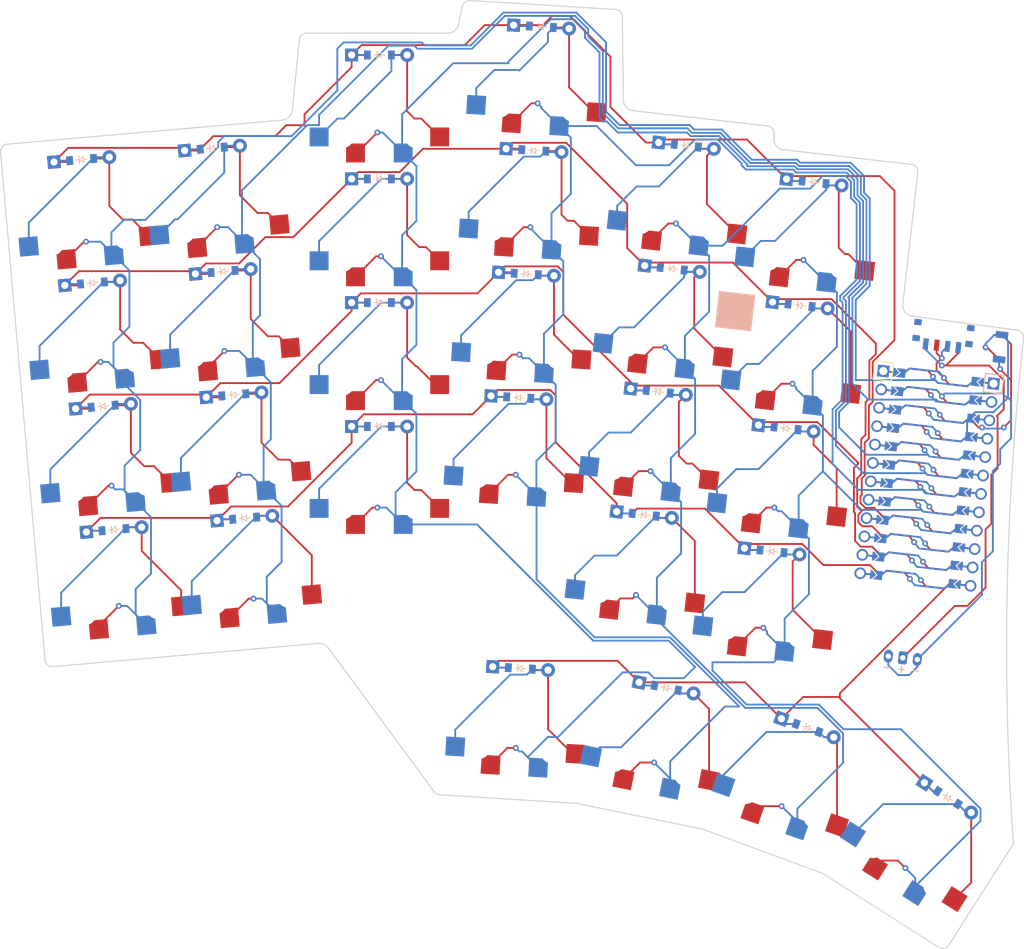
<source format=kicad_pcb>
(kicad_pcb (version 20240108) (generator "pcbnew") (generator_version "8.0")
  (title_block (title "KeyboardV0") (rev "v1.0.0") (company "Unknown"))
  (layers (0 "F.Cu" signal) (31 "B.Cu" signal) (34 "B.Paste" user) (35 "F.Paste" user) (36 "B.SilkS" user "B.Silkscreen") (37 "F.SilkS" user "F.Silkscreen") (38 "B.Mask" user) (39 "F.Mask" user) (44 "Edge.Cuts" user))
  (net 0 "")
  (net 1 "P1")
  (net 2 "outer_bottom")
  (net 3 "outer_home")
  (net 4 "outer_top")
  (net 5 "outer_num")
  (net 6 "P0")
  (net 7 "pinky_bottom")
  (net 8 "pinky_home")
  (net 9 "pinky_top")
  (net 10 "pinky_num")
  (net 11 "P2")
  (net 12 "ring_bottom")
  (net 13 "ring_home")
  (net 14 "ring_top")
  (net 15 "ring_num")
  (net 16 "P3")
  (net 17 "middle_bottom")
  (net 18 "middle_home")
  (net 19 "middle_top")
  (net 20 "middle_num")
  (net 21 "P4")
  (net 22 "index_bottom")
  (net 23 "index_home")
  (net 24 "index_top")
  (net 25 "index_num")
  (net 26 "P5")
  (net 27 "inner_bottom")
  (net 28 "inner_home")
  (net 29 "inner_top")
  (net 30 "inner_num")
  (net 31 "tuck_cluster")
  (net 32 "inner_cluster")
  (net 33 "center_cluster")
  (net 34 "outer_cluster")
  (net 35 "P9")
  (net 36 "P8")
  (net 37 "P7")
  (net 38 "P6")
  (net 39 "P10")
  (net 40 "RAW")
  (net 41 "GND")
  (net 42 "RST")
  (net 43 "VCC")
  (net 44 "P21")
  (net 45 "P20")
  (net 46 "P19")
  (net 47 "P18")
  (net 48 "P15")
  (net 49 "P14")
  (net 50 "P16")
  (net 51 "pos")
  (footprint "PG1350" (layer "F.Cu") (at 196.314306 112.038357 176.5)
    (property "Reference" "S14" (hide yes))
    (property "Value" "" (hide yes))
  )
  (footprint "PG1350" (layer "F.Cu") (at 217.891926 94.38713 173.5)
    (property "Reference" "S20" (hide yes))
    (property "Value" "" (hide yes))
  )
  (footprint "ComboDiode" (layer "F.Cu") (at 176.604947 125.48613)
    (property "Reference" "D9" (hide yes))
    (property "Value" "" (hide yes))
  )
  (footprint "ComboDiode" (layer "F.Cu") (at 230.51227 142.62588 -6.5)
    (property "Reference" "D21" (hide yes))
    (property "Value" "" (hide yes))
  )
  (footprint "ComboDiode" (layer "F.Cu") (at 135.730483 88.842544 5)
    (property "Reference" "D4" (hide yes))
    (property "Value" "" (hide yes))
  )
  (footprint "PG1350" (layer "F.Cu") (at 158.760597 145.551132 -175)
    (property "Reference" "S5" (hide yes))
    (property "Value" "" (hide yes))
  )
  (footprint "ComboDiode" (layer "F.Cu") (at 137.21213 105.777855 5)
    (property "Reference" "D3" (hide yes))
    (property "Value" "" (hide yes))
  )
  (footprint "ComboDiode" (layer "F.Cu") (at 214.89204 120.716785 -6.5)
    (property "Reference" "D18" (hide yes))
    (property "Value" "" (hide yes))
  )
  (footprint "PG1350" (layer "F.Cu") (at 157.278951 128.615821 -175)
    (property "Reference" "S6" (hide yes))
    (property "Value" "" (hide yes))
  )
  (footprint "PG1350" (layer "F.Cu") (at 195.506919 166.190071 176.5)
    (property "Reference" "S25" (hide yes))
    (property "Value" "" (hide yes))
  )
  (footprint "PG1350" (layer "F.Cu") (at 229.663246 150.077666 173.5)
    (property "Reference" "S21" (hide yes))
    (property "Value" "" (hide yes))
  )
  (footprint "Button_Switch_SMD:SW_SPST_B3U-1000P" (layer "F.Cu") (at 261.886861 114.597414 83.5)
    (property "Reference" "")
    (property "Value" "")
  )
  (footprint "PG1350" (layer "F.Cu") (at 176.604947 115.986131 180)
    (property "Reference" "S10" (hide yes))
    (property "Value" "" (hide yes))
  )
  (footprint "ProMicro" (layer "F.Cu") (at 251.781766 132.619328 -96.5)
    (property "Reference" "MCU1" (hide yes))
    (property "Value" "")
  )
  (footprint "Connector_JST:JST_PH_S2B-PH-K_1x02_P2.00mm_Horizontal" (layer "F.Cu") (at 248.471881 157.25299 -6.5)
    (property "Reference" "_3" (hide yes))
    (property "Value" "" (hide yes))
  )
  (footprint "ComboDiode" (layer "F.Cu") (at 153.661987 87.273742 5)
    (property "Reference" "D8" (hide yes))
    (property "Value" "" (hide yes))
  )
  (footprint "ComboDiode" (layer "F.Cu") (at 234.36118 108.844435 -6.5)
    (property "Reference" "D23" (hide yes))
    (property "Value" "" (hide yes))
  )
  (footprint "ComboDiode" (layer "F.Cu") (at 176.604946 74.486135)
    (property "Reference" "D12" (hide yes))
    (property "Value" "" (hide yes))
  )
  (footprint "ComboDiode" (layer "F.Cu") (at 212.967582 137.607504 -6.5)
    (property "Reference" "D17" (hide yes))
    (property "Value" "" (hide yes))
  )
  (footprint "PG1350" (layer "F.Cu") (at 231.587698 133.186946 173.5)
    (property "Reference" "S22" (hide yes))
    (property "Value" "" (hide yes))
  )
  (footprint "PG1350" (layer "F.Cu") (at 215.967469 111.277851 173.5)
    (property "Reference" "S19" (hide yes))
    (property "Value" "" (hide yes))
  )
  (footprint "PG1350" (layer "F.Cu") (at 197.352132 95.070069 176.5)
    (property "Reference" "S15" (hide yes))
    (property "Value" "" (hide yes))
  )
  (footprint "ComboDiode" (layer "F.Cu") (at 196.772169 104.552346 -3.5)
    (property "Reference" "D14" (hide yes))
    (property "Value" "" (hide yes))
  )
  (footprint "PG1350" (layer "F.Cu") (at 212.118559 145.059294 173.5)
    (property "Reference" "S17" (hide yes))
    (property "Value" "" (hide yes))
  )
  (footprint "ComboDiode" (layer "F.Cu") (at 198.847819 70.615764 -3.5)
    (property "Reference" "D16" (hide yes))
    (property "Value" "" (hide yes))
  )
  (footprint "PG1350" (layer "F.Cu") (at 176.604945 132.986133 180)
    (property "Reference" "S9" (hide yes))
    (property "Value" "" (hide yes))
  )
  (footprint "PG1350" (layer "F.Cu") (at 250.615231 182.769988 147.5)
    (property "Reference" "S28" (hide yes))
    (property "Value" "" (hide yes))
  )
  (footprint "PG1350" (layer "F.Cu") (at 140.829095 147.119935 -175)
    (property "Reference" "S1" (hide yes))
    (property "Value" "" (hide yes))
  )
  (footprint "ComboDiode" (layer "F.Cu") (at 197.809996 87.584055 -3.5)
    (property "Reference" "D15" (hide yes))
    (property "Value" "" (hide yes))
  )
  (footprint "ComboDiode" (layer "F.Cu") (at 195.964779 158.704061 -3.5)
    (property "Reference" "D25" (hide yes))
    (property "Value" "" (hide yes))
  )
  (footprint "ComboDiode" (layer "F.Cu") (at 216.816495 103.826064 -6.5)
    (property "Reference" "D19" (hide yes))
    (property "Value" "" (hide yes))
  )
  (footprint "PG1350" (layer "F.Cu") (at 233.512154 116.296224 173.5)
    (property "Reference" "S23" (hide yes))
    (property "Value" "" (hide yes))
  )
  (footprint "ComboDiode" (layer "F.Cu") (at 176.604948 91.486133)
    (property "Reference" "D11" (hide yes))
    (property "Value" "" (hide yes))
  )
  (footprint "ComboDiode" (layer "F.Cu") (at 254.644976 176.444552 -32.5)
    (property "Reference" "D28" (hide yes))
    (property "Value" "" (hide yes))
  )
  (footprint "PG1350" (layer "F.Cu") (at 154.315655 94.745199 -175)
    (property "Reference" "S8" (hide yes))
    (property "Value" "" (hide yes))
  )
  (footprint "PG1350" (layer "F.Cu") (at 198.389957 78.101775 176.5)
    (property "Reference" "S16" (hide yes))
    (property "Value" "" (hide yes))
  )
  (footprint "PG1350" (layer "F.Cu") (at 214.508004 168.724034 168.5)
    (property "Reference" "S26" (hide yes))
    (property "Value" "" (hide yes))
  )
  (footprint "ComboDiode" (layer "F.Cu") (at 176.604946 108.486135)
    (property "Reference" "D10" (hide yes))
    (property "Value" "" (hide yes))
  )
  (footprint "ComboDiode" (layer "F.Cu") (at 156.625282 121.144362 5)
    (property "Reference" "D6" (hide yes))
    (property "Value" "" (hide yes))
  )
  (footprint "ComboDiode" (layer "F.Cu") (at 218.740949 86.935342 -6.5)
    (property "Reference" "D20" (hide yes))
    (property "Value" "" (hide yes))
  )
  (footprint "PG1350" (layer "F.Cu") (at 176.604948 98.986131 180)
    (property "Reference" "S11" (hide yes))
    (property "Value" "" (hide yes))
  )
  (footprint "ComboDiode" (layer "F.Cu") (at 158.10693 138.079672 5)
    (property "Reference" "D5" (hide yes))
    (property "Value" "" (hide yes))
  )
  (footprint "PG1350" (layer "F.Cu") (at 136.384151 96.314004 -175)
    (property "Reference" "S4" (hide yes))
    (property "Value" "" (hide yes))
  )
  (footprint "PG1350" (layer "F.Cu") (at 195.276481 129.006651 176.5)
    (property "Reference" "S13" (hide yes))
    (property "Value" "" (hide yes))
  )
  (footprint "PG1350" (layer "F.Cu") (at 232.889364 173.946924 160.5)
    (property "Reference" "S27" (hide yes))
    (property "Value" "" (hide yes))
  )
  (footprint "ComboDiode" (layer "F.Cu") (at 140.175428 139.648473 5)
    (property "Reference" "D1" (hide yes))
    (property "Value" "" (hide yes))
  )
  (footprint "ComboDiode" (layer "F.Cu") (at 155.143635 104.209052 5)
    (property "Reference" "D7" (hide yes))
    (property "Value" "" (hide yes))
  )
  (footprint "PG1350" (layer "F.Cu") (at 214.043016 128.168572 173.5)
    (property "Reference" "S18" (hide yes))
    (property "Value" "" (hide yes))
  )
  (footprint "ComboDiode" (layer "F.Cu") (at 138.693776 122.713164 5)
    (property "Reference" "D2" (hide yes))
    (property "Value" "" (hide yes))
  )
  (footprint "PG1350" (layer "F.Cu") (at 235.436609 99.405501 173.5)
    (property "Reference" "S24" (hide yes))
    (property "Value" "" (hide yes))
  )
  (footprint "PG1350" (layer "F.Cu") (at 176.604946 81.986132 180)
    (property "Reference" "S12" (hide yes))
    (property "Value" "" (hide yes))
  )
  (footprint "PG1350" (layer "F.Cu") (at 139.347446 130.184626 -175)
    (property "Reference" "S2" (hide yes))
    (property "Value" "" (hide yes))
  )
  (footprint "PG1350" (layer "F.Cu") (at 137.865798 113.249313 -175)
    (property "Reference" "S3" (hide yes))
    (property "Value" "" (hide yes))
  )
  (footprint "Button_Switch_SMD:SW_SPDT_PCM12" (layer "F.Cu") (at 254.018658 112.98635 173.5)
    (property "Reference" "")
    (property "Value" "")
  )
  (footprint "PG1350" (layer "F.Cu") (at 155.797301 111.680511 -175)
    (property "Reference" "S7" (hide yes))
    (property "Value" "" (hide yes))
  )
  (footprint "ComboDiode" (layer "F.Cu") (at 232.436721 125.735157 -6.5)
    (property "Reference" "D22" (hide yes))
    (property "Value" "" (hide yes))
  )
  (footprint "ComboDiode" (layer "F.Cu") (at 195.734342 121.52064 -3.5)
    (property "Reference" "D13" (hide yes))
    (property "Value" "" (hide yes))
  )
  (footprint "ComboDiode" (layer "F.Cu") (at 235.392917 166.877112 -19.5)
    (property "Reference" "D27" (hide yes))
    (property "Value" "" (hide yes))
  )
  (footprint "ComboDiode" (layer "F.Cu") (at 216.003265 161.374601 -11.5)
    (property "Reference" "D26" (hide yes))
    (property "Value" "" (hide yes))
  )
  (footprint "ComboDiode" (layer "F.Cu") (at 236.285632 91.953713 -6.5)
    (property "Reference" "D24" (hide yes))
    (property "Value" "" (hide yes))
  )
  (gr_poly (pts (xy 223.241594 106.880061) (xy 228.209453 107.446077) (xy 227.643437 112.413936) (xy 222.675578 111.84792)) (fill solid) (layer "B.SilkS"))
  (gr_poly (pts (xy 223.241594 106.880061) (xy 228.209453 107.446077) (xy 227.643437 112.413936) (xy 222.675578 111.84792)) (fill solid) (layer "F.SilkS"))
  (gr_line (start 203.765158 177.253578) (end 220.88119 180.745216) (stroke (width 0.15)) (layer "Edge.Cuts"))
  (gr_arc (start 187.459631 70.308004) (mid 186.934568 71.155056) (end 185.994573 71.486132) (stroke (width 0.15)) (layer "Edge.Cuts"))
  (gr_arc (start 165.609811 72.387636) (mid 165.933566 71.745004) (end 166.60495 71.486133) (stroke (width 0.15)) (layer "Edge.Cuts"))
  (gr_line (start 165.609811 72.387634) (end 164.65112 82.073468) (stroke (width 0.15)) (layer "Edge.Cuts"))
  (gr_line (start 221.100514 180.807649) (end 237.322544 186.791849) (stroke (width 0.15)) (layer "Edge.Cuts"))
  (gr_line (start 124.598028 87.808868) (end 130.698931 157.542498) (stroke (width 0.15)) (layer "Edge.Cuts"))
  (gr_line (start 188.011863 67.794426) (end 187.459631 70.308004) (stroke (width 0.15)) (layer "Edge.Cuts"))
  (gr_line (start 184.883276 176.059925) (end 203.558832 177.226226) (stroke (width 0.15)) (layer "Edge.Cuts"))
  (gr_line (start 248.469722 108.686745) (end 250.529586 90.607521) (stroke (width 0.15)) (layer "Edge.Cuts"))
  (gr_arc (start 249.649218 89.500746) (mid 250.318617 89.871808) (end 250.529586 90.607521) (stroke (width 0.15)) (layer "Edge.Cuts"))
  (gr_arc (start 211.43883 82.127813) (mid 210.496422 81.643975) (end 210.108775 80.658115) (stroke (width 0.15)) (layer "Edge.Cuts"))
  (gr_arc (start 237.322544 186.791849) (mid 237.469752 186.855283) (end 237.609349 186.934064) (stroke (width 0.15)) (layer "Edge.Cuts"))
  (gr_line (start 237.609349 186.934064) (end 253.407499 196.998595) (stroke (width 0.15)) (layer "Edge.Cuts"))
  (gr_arc (start 124.598028 87.808868) (mid 124.82819 87.078946) (end 125.507069 86.725517) (stroke (width 0.15)) (layer "Edge.Cuts"))
  (gr_arc (start 168.238699 155.262012) (mid 168.987273 155.389476) (end 169.577526 155.8672) (stroke (width 0.15)) (layer "Edge.Cuts"))
  (gr_arc (start 264.187836 112.260142) (mid 264.84329 112.634717) (end 265.050131 113.360771) (stroke (width 0.15)) (layer "Edge.Cuts"))
  (gr_line (start 169.577526 155.8672) (end 184.140212 175.654604) (stroke (width 0.15)) (layer "Edge.Cuts"))
  (gr_arc (start 220.88119 180.745216) (mid 220.992041 180.772255) (end 221.100514 180.807649) (stroke (width 0.15)) (layer "Edge.Cuts"))
  (gr_arc (start 164.65112 82.073468) (mid 164.213022 82.99242) (end 163.289147 83.420014) (stroke (width 0.15)) (layer "Edge.Cuts"))
  (gr_arc (start 188.011864 67.794426) (mid 188.386 67.21095) (end 189.049618 67.010872) (stroke (width 0.15)) (layer "Edge.Cuts"))
  (gr_line (start 125.507069 86.725517) (end 163.289147 83.420014) (stroke (width 0.15)) (layer "Edge.Cuts"))
  (gr_arc (start 263.625986 182.456521) (mid 263.597378 182.771678) (end 263.471714 183.062107) (stroke (width 0.15)) (layer "Edge.Cuts"))
  (gr_arc (start 131.782285 158.451536) (mid 131.052318 158.221401) (end 130.698931 157.542498) (stroke (width 0.15)) (layer "Edge.Cuts"))
  (gr_arc (start 203.558832 177.226226) (mid 203.66247 177.236321) (end 203.765158 177.253578) (stroke (width 0.15)) (layer "Edge.Cuts"))
  (gr_line (start 264.187837 112.260146) (end 249.762513 110.343482) (stroke (width 0.15)) (layer "Edge.Cuts"))
  (gr_arc (start 184.883276 176.059925) (mid 184.466738 175.939767) (end 184.140212 175.654604) (stroke (width 0.15)) (layer "Edge.Cuts"))
  (gr_line (start 210.108775 80.658115) (end 209.951172 69.216209) (stroke (width 0.15)) (layer "Edge.Cuts"))
  (gr_line (start 254.788193 196.692504) (end 263.471714 183.062107) (stroke (width 0.15)) (layer "Edge.Cuts"))
  (gr_line (start 249.649218 89.500746) (end 232.101627 87.501451) (stroke (width 0.15)) (layer "Edge.Cuts"))
  (gr_line (start 185.994573 71.486132) (end 166.60495 71.486133) (stroke (width 0.15)) (layer "Edge.Cuts"))
  (gr_arc (start 263.625984 182.456518) (mid 262.800558 147.876955) (end 265.050131 113.360771) (stroke (width 0.15)) (layer "Edge.Cuts"))
  (gr_line (start 209.012311 68.231843) (end 189.049618 67.010872) (stroke (width 0.15)) (layer "Edge.Cuts"))
  (gr_line (start 230.773082 85.940803) (end 230.804377 85.27376) (stroke (width 0.15)) (layer "Edge.Cuts"))
  (gr_arc (start 229.918675 84.233326) (mid 230.566958 84.578676) (end 230.804377 85.27376) (stroke (width 0.15)) (layer "Edge.Cuts"))
  (gr_line (start 229.918675 84.233326) (end 211.438828 82.12781) (stroke (width 0.15)) (layer "Edge.Cuts"))
  (gr_arc (start 232.101629 87.501451) (mid 231.129237 86.983423) (end 230.773082 85.940803) (stroke (width 0.15)) (layer "Edge.Cuts"))
  (gr_arc (start 209.012313 68.231846) (mid 209.674899 68.539793) (end 209.951172 69.216209) (stroke (width 0.15)) (layer "Edge.Cuts"))
  (gr_line (start 131.782281 158.451539) (end 168.238699 155.262012) (stroke (width 0.15)) (layer "Edge.Cuts"))
  (gr_arc (start 254.788193 196.692504) (mid 254.16124 197.131519) (end 253.407499 196.998595) (stroke (width 0.15)) (layer "Edge.Cuts"))
  (gr_arc (start 249.762511 110.343482) (mid 248.777513 109.779332) (end 248.469722 108.686745) (stroke (width 0.15)) (layer "Edge.Cuts"))
  (segment (start 140.829093 150.119935) (end 138.085133 152.863897) (width 0.25) (layer "F.Cu") (net 1))
  (segment (start 136.603486 136.397418) (end 139.380966 133.619934) (width 0.25) (layer "F.Cu") (net 1))
  (segment (start 135.121839 119.462111) (end 137.96401 116.619937) (width 0.25) (layer "F.Cu") (net 1))
  (segment (start 251.924505 117.816556) (end 249.408776 117.529923) (width 0.25) (layer "F.Cu") (net 1))
  (segment (start 136.047053 100.119937) (end 136.329093 100.119935) (width 0.25) (layer "F.Cu") (net 1))
  (segment (start 133.640191 102.526796) (end 136.047053 100.119937) (width 0.25) (layer "F.Cu") (net 1))
  (segment (start 252.598864 118.664345) (end 251.924505 117.816556) (width 0.25) (layer "F.Cu") (net 1))
  (segment (start 138.085133 152.863897) (end 138.08513 153.332727) (width 0.25) (layer "F.Cu") (net 1))
  (segment (start 249.408776 117.529923) (end 248.56099 118.204289) (width 0.25) (layer "F.Cu") (net 1))
  (segment (start 137.96401 116.619937) (end 138.329093 116.619933) (width 0.25) (layer "F.Cu") (net 1))
  (segment (start 139.380966 133.619934) (end 139.829095 133.619935) (width 0.25) (layer "F.Cu") (net 1))
  (via (at 252.606115 118.652866) (size 0.8) (drill 0.4) (layers "F.Cu" "B.Cu") (net 1))
  (via (at 140.829093 150.119935) (size 0.8) (drill 0.4) (layers "F.Cu" "B.Cu") (net 1))
  (via (at 139.829095 133.619935) (size 0.8) (drill 0.4) (layers "F.Cu" "B.Cu") (net 1))
  (via (at 138.329093 116.619933) (size 0.8) (drill 0.4) (layers "F.Cu" "B.Cu") (net 1))
  (via (at 136.329093 100.119935) (size 0.8) (drill 0.4) (layers "F.Cu" "B.Cu") (net 1))
  (segment (start 141.646914 118.891239) (end 141.646913 119.732076) (width 0.25) (layer "B.Cu") (net 1))
  (segment (start 223.595592 84.719934) (end 227.739145 88.863487) (width 0.25) (layer "B.Cu") (net 1))
  (segment (start 252.598864 118.664345) (end 253.273228 119.512135) (width 0.25) (layer "B.Cu") (net 1))
  (segment (start 233.976579 88.863488) (end 234.388282 89.275191) (width 0.25) (layer "B.Cu") (net 1))
  (segment (start 207.729091 72.74714) (end 207.729093 82.247141) (width 0.25) (layer "B.Cu") (net 1))
  (segment (start 242.002699 108.119935) (end 242.002699 119.119934) (width 0.25) (layer "B.Cu") (net 1))
  (segment (start 207.729093 82.247141) (end 209.583689 84.101733) (width 0.25) (layer "B.Cu") (net 1))
  (segment (start 252.881027 119.119935) (end 253.273228 119.512135) (width 0.25) (layer "B.Cu") (net 1))
  (segment (start 253.273228 119.512135) (end 257.303153 119.971287) (width 0.25) (layer "B.Cu") (net 1))
  (segment (start 234.388282 89.275191) (end 241.313558 89.275189) (width 0.25) (layer "B.Cu") (net 1))
  (segment (start 145.248427 145.700601) (end 143.14869 147.80034) (width 0.25) (layer "B.Cu") (net 1))
  (segment (start 164.559751 85.619936) (end 170.829092 79.35059) (width 0.25) (layer "B.Cu") (net 1))
  (segment (start 170.829092 79.35059) (end 170.829095 73.619934) (width 0.25) (layer "B.Cu") (net 1))
  (segment (start 143.766778 128.720288) (end 141.625524 130.861546) (width 0.25) (layer "B.Cu") (net 1))
  (segment (start 219.829094 84.719934) (end 223.595592 84.719934) (width 0.25) (layer "B.Cu") (net 1))
  (segment (start 170.829095 73.619934) (end 171.690395 72.758632) (width 0.25) (layer "B.Cu") (net 1))
  (segment (start 243.148644 91.110277) (end 243.148644 93.3939) (width 0.25) (layer "B.Cu") (net 1))
  (segment (start 143.766779 121.851944) (end 143.766778 128.720288) (width 0.25) (layer "B.Cu") (net 1))
  (segment (start 142.285131 104.075794) (end 142.28513 111.784981) (width 0.25) (layer "B.Cu") (net 1))
  (segment (start 144.610209 152.761856) (end 141.968284 150.119936) (width 0.25) (layer "B.Cu") (net 1))
  (segment (start 241.313558 89.275189) (end 243.148644 91.110277) (width 0.25) (layer "B.Cu") (net 1))
  (segment (start 136.329093 100.119935) (end 138.329274 100.119934) (width 0.25) (layer "B.Cu") (net 1))
  (segment (start 257.303153 119.971287) (end 258.150947 119.296922) (width 0.25) (layer "B.Cu") (net 1))
  (segment (start 143.12856 135.826549) (end 145.248427 137.946416) (width 0.25) (layer "B.Cu") (net 1))
  (segment (start 141.421946 134.119935) (end 143.12856 135.826549) (width 0.25) (layer "B.Cu") (net 1))
  (segment (start 140.165265 101.955925) (end 142.285131 104.075794) (width 0.25) (layer "B.Cu") (net 1))
  (segment (start 155.297009 85.619935) (end 164.559751 85.619936) (width 0.25) (layer "B.Cu") (net 1))
  (segment (start 140.102353 117.346676) (end 141.646914 118.891239) (width 0.25) (layer "B.Cu") (net 1))
  (segment (start 243.927154 94.172409) (end 243.927152 106.195479) (width 0.25) (layer "B.Cu") (net 1))
  (segment (start 182.82909 73.169934) (end 189.142699 73.169935) (width 0.25) (layer "B.Cu") (net 1))
  (segment (start 203.648507 68.666556) (end 207.729091 72.74714) (width 0.25) (layer "B.Cu") (net 1))
  (segment (start 242.002699 119.119934) (end 252.881027 119.119935) (width 0.25) (layer "B.Cu") (net 1))
  (segment (start 171.690395 72.758632) (end 182.417793 72.758631) (width 0.25) (layer "B.Cu") (net 1))
  (segment (start 141.625524 130.861546) (end 141.625518 134.323507) (width 0.25) (layer "B.Cu") (net 1))
  (segment (start 209.583689 84.101733) (end 219.210894 84.101737) (width 0.25) (layer "B.Cu") (net 1))
  (segment (start 141.646913 119.732076) (end 143.766779 121.851944) (width 0.25) (layer "B.Cu") (net 1))
  (segment (start 154.480129 86.436817) (end 155.297009 85.619935) (width 0.25) (layer "B.Cu") (net 1))
  (segment (start 243.927152 106.195479) (end 242.002699 108.119935) (width 0.25) (layer "B.Cu") (net 1))
  (segment (start 139.816958 101.607619) (end 139.816957 98.837306) (width 0.25) (layer "B.Cu") (net 1))
  (segment (start 142.28513 111.784981) (end 140.102351 113.967759) (width 0.25) (layer "B.Cu") (net 1))
  (segment (start 143.148689 151.30034) (end 144.610209 152.761856) (width 0.25) (layer "B.Cu") (net 1))
  (segment (start 154.480125 87.119936) (end 154.480129 86.436817) (width 0.25) (layer "B.Cu") (net 1))
  (segment (start 141.534327 97.119935) (end 144.480129 97.119935) (width 0.25) (layer "B.Cu") (net 1))
  (segment (start 143.14869 147.80034) (end 143.148689 151.30034) (width 0.25) (layer "B.Cu") (net 1))
  (segment (start 145.248427 137.946416) (end 145.248427 145.700601) (width 0.25) (layer "B.Cu") (net 1))
  (segment (start 140.329092 134.119933) (end 141.421946 134.119935) (width 0.25) (layer "B.Cu") (net 1))
  (segment (start 189.142699 73.169935) (end 193.646079 68.666557) (width 0.25) (layer "B.Cu") (net 1))
  (segment (start 141.968284 150.119936) (end 140.829093 150.119935) (width 0.25) (layer "B.Cu") (net 1))
  (segment (start 144.480129 97.119935) (end 154.480125 87.119936) (width 0.25) (layer "B.Cu") (net 1))
  (segment (start 219.210894 84.101737) (end 219.829094 84.719934) (width 0.25) (layer "B.Cu") (net 1))
  (segment (start 138.329274 100.119934) (end 140.165265 101.955925) (width 0.25) (layer "B.Cu") (net 1))
  (segment (start 139.829095 133.619935) (end 140.329092 134.119933) (width 0.25) (layer "B.Cu") (net 1))
  (segment (start 193.646079 68.666557) (end 203.648507 68.666556) (width 0.25) (layer "B.Cu") (net 1))
  (segment (start 140.165265 101.955925) (end 139.816958 101.607619) (width 0.25) (layer "B.Cu") (net 1))
  (segment (start 141.625518 134.323507) (end 143.12856 135.826549) (width 0.25) (layer "B.Cu") (net 1))
  (segment (start 139.816957 98.837306) (end 141.534327 97.119935) (width 0.25) (layer "B.Cu") (net 1))
  (segment (start 140.102351 113.967759) (end 140.102353 117.346676) (width 0.25) (layer "B.Cu") (net 1))
  (segment (start 243.148644 93.3939) (end 243.927154 94.172409) (width 0.25) (layer "B.Cu") (net 1))
  (segment (start 227.739145 88.863487) (end 233.976579 88.863488) (width 0.25) (layer "B.Cu") (net 1))
  (segment (start 182.417793 72.758631) (end 182.82909 73.169934) (width 0.25) (layer "B.Cu") (net 1))
  (segment (start 139.375611 116.619932) (end 141.646914 118.891239) (width 0.25) (layer "B.Cu") (net 1))
  (segment (start 138.329093 116.619933) (end 139.375611 116.619932) (width 0.25) (layer "B.Cu") (net 1))
  (segment (start 143.970928 139.316413) (end 142.007402 139.316412) (width 0.25) (layer "F.Cu") (net 2))
  (segment (start 143.970928 142.569659) (end 143.970928 139.316413) (width 0.25) (layer "F.Cu") (net 2))
  (segment (start 149.399439 150.134451) (end 149.39944 147.998169) (width 0.25) (layer "F.Cu") (net 2))
  (segment (start 149.39944 147.998169) (end 143.970928 142.569659) (width 0.25) (layer "F.Cu") (net 2))
  (segment (start 142.007402 139.316412) (end 141.819145 139.504667) (width 0.25) (layer "F.Cu") (net 2))
  (segment (start 142.007402 139.316412) (end 141.819145 139.504667) (width 0.25) (layer "B.Cu") (net 2))
  (segment (start 141.710965 139.504668) (end 141.819145 139.504667) (width 0.25) (layer "B.Cu") (net 2))
  (segment (start 132.912418 148.303214) (end 141.710965 139.504668) (width 0.25) (layer "B.Cu") (net 2))
  (segment (start 132.912416 151.57688) (end 132.912418 148.303214) (width 0.25) (layer "B.Cu") (net 2))
  (segment (start 143.970928 139.316413) (end 142.007402 139.316412) (width 0.25) (layer "B.Cu") (net 2))
  (segment (start 144.318735 130.931167) (end 142.48928 129.101713) (width 0.25) (layer "F.Cu") (net 3))
  (segment (start 145.649817 130.931167) (end 144.318735 130.931167) (width 0.25) (layer "F.Cu") (net 3))
  (segment (start 147.917788 133.199141) (end 145.649817 130.931167) (width 0.25) (layer "F.Cu") (net 3))
  (segment (start 140.337499 122.569354) (end 142.301025 122.569356) (width 0.25) (layer "F.Cu") (net 3))
  (segment (start 142.301025 122.569356) (end 142.489281 122.381099) (width 0.25) (layer "F.Cu") (net 3))
  (segment (start 142.48928 129.101713) (end 142.489281 122.381099) (width 0.25) (layer "F.Cu") (net 3))
  (segment (start 131.430769 134.641567) (end 131.430769 131.367905) (width 0.25) (layer "B.Cu") (net 3))
  (segment (start 142.489281 122.381099) (end 140.525757 122.381101) (width 0.25) (layer "B.Cu") (net 3))
  (segment (start 131.430769 131.367905) (end 140.229315 122.569358) (width 0.25) (layer "B.Cu") (net 3))
  (segment (start 140.525757 122.381101) (end 140.337499 122.569354) (width 0.25) (layer "B.Cu") (net 3))
  (segment (start 140.229315 122.569358) (end 140.337499 122.569354) (width 0.25) (layer "B.Cu") (net 3))
  (segment (start 146.436146 116.263831) (end 144.16817 113.995855) (width 0.25) (layer "F.Cu") (net 4))
  (segment (start 138.855854 105.634047) (end 140.819377 105.634048) (width 0.25) (layer "F.Cu") (net 4))
  (segment (start 140.819377 105.634048) (end 141.007635 105.445792) (width 0.25) (layer "F.Cu") (net 4))
  (segment (start 142.837085 113.995858) (end 141.007634 112.166407) (width 0.25) (layer "F.Cu") (net 4))
  (segment (start 141.007634 112.166407) (end 141.007635 105.445792) (width 0.25) (layer "F.Cu") (net 4))
  (segment (start 144.16817 113.995855) (end 142.837085 113.995858) (width 0.25) (layer "F.Cu") (net 4))
  (segment (start 129.949123 117.706258) (end 129.949122 114.432591) (width 0.25) (layer "B.Cu") (net 4))
  (segment (start 140.819377 105.634048) (end 141.007635 105.445792) (width 0.25) (layer "B.Cu") (net 4))
  (segment (start 138.855854 105.634047) (end 140.819377 105.634048) (width 0.25) (layer "B.Cu") (net 4))
  (segment (start 138.747667 105.634046) (end 138.855854 105.634047) (width 0.25) (layer "B.Cu") (net 4))
  (segment (start 129.949122 114.432591) (end 138.747667 105.634046) (width 0.25) (layer "B.Cu") (net 4))
  (segment (start 144.954496 99.328521) (end 142.686524 97.060547) (width 0.25) (layer "F.Cu") (net 5))
  (segment (start 141.355436 97.06055) (end 139.525984 95.231095) (width 0.25) (layer "F.Cu") (net 5))
  (segment (start 139.525984 95.231095) (end 139.525985 88.510482) (width 0.25) (layer "F.Cu") (net 5))
  (segment (start 137.374205 88.698738) (end 139.337728 88.698738) (width 0.25) (layer "F.Cu") (net 5))
  (segment (start 142.686524 97.060547) (end 141.355436 97.06055) (width 0.25) (layer "F.Cu") (net 5))
  (segment (start 139.337728 88.698738) (end 139.525985 88.510482) (width 0.25) (layer "F.Cu") (net 5))
  (segment (start 137.266018 88.698736) (end 137.374205 88.698738) (width 0.25) (layer "B.Cu") (net 5))
  (segment (start 128.467473 100.77095) (end 128.467474 97.497282) (width 0.25) (layer "B.Cu") (net 5))
  (segment (start 139.525985 88.510482) (end 137.562458 88.510482) (width 0.25) (layer "B.Cu") (net 5))
  (segment (start 128.467474 97.497282) (end 137.266018 88.698736) (width 0.25) (layer "B.Cu") (net 5))
  (segment (start 137.562458 88.510482) (end 137.374205 88.698738) (width 0.25) (layer "B.Cu") (net 5))
  (segment (start 156.016636 151.763926) (end 158.66063 149.119932) (width 0.25) (layer "F.Cu") (net 6))
  (segment (start 251.636967 120.340227) (end 249.121245 120.053597) (width 0.25) (layer "F.Cu") (net 6))
  (segment (start 153.053343 117.893305) (end 153.053341 117.395687) (width 0.25) (layer "F.Cu") (net 6))
  (segment (start 154.534992 134.828614) (end 157.243672 132.119935) (width 0.25) (layer "F.Cu") (net 6))
  (segment (start 153.053341 117.395687) (end 155.329094 115.119934) (width 0.25) (layer "F.Cu") (net 6))
  (segment (start 157.243672 132.119935) (end 157.329093 132.119934) (width 0.25) (layer "F.Cu") (net 6))
  (segment (start 151.571695 100.877331) (end 154.329095 98.119936) (width 0.25) (layer "F.Cu") (net 6))
  (segment (start 151.571694 100.957994) (end 151.571695 100.877331) (width 0.25) (layer "F.Cu") (net 6))
  (segment (start 158.66063 149.119932) (end 159.329092 149.119934) (width 0.25) (layer "F.Cu") (net 6))
  (segment (start 252.311332 121.188018) (end 251.636967 120.340227) (width 0.25) (layer "F.Cu") (net 6))
  (segment (start 249.121245 120.053597) (end 248.273453 120.727961) (width 0.25) (layer "F.Cu") (net 6))
  (via (at 157.329093 132.119934) (size 0.8) (drill 0.4) (layers "F.Cu" "B.Cu") (net 6))
  (via (at 252.318575 121.176541) (size 0.8) (drill 0.4) (layers "F.Cu" "B.Cu") (net 6))
  (via (at 159.329092 149.119934) (size 0.8) (drill 0.4) (layers "F.Cu" "B.Cu") (net 6))
  (via (at 154.329095 98.119936) (size 0.8) (drill 0.4) (layers "F.Cu" "B.Cu") (net 6))
  (via (at 155.329094 115.119934) (size 0.8) (drill 0.4) (layers "F.Cu" "B.Cu") (net 6))
  (segment (start 161.148844 146.117885) (end 161.148843 149.800187) (width 0.25) (layer "B.Cu") (net 6))
  (segment (start 168.329092 84.111133) (end 168.329094 82.711986) (width 0.25) (layer "B.Cu") (net 6))
  (segment (start 157.748466 93.067615) (end 166.704946 84.111133) (width 0.25) (layer "B.Cu") (net 6))
  (segment (start 166.704946 84.111133) (end 168.329092 84.111133) (width 0.25) (layer "B.Cu") (net 6))
  (segment (start 243.477153 105.881064) (end 241.552701 107.805514) (width 0.25) (layer "B.Cu") (net 6))
  (segment (start 205.279095 71.933537) (end 207.279094 73.933539) (width 0.25) (layer "B.Cu") (net 6))
  (segment (start 160.71176 133.90944) (end 161.060063 134.257743) (width 0.25) (layer "B.Cu") (net 6))
  (segment (start 257.015619 122.494961) (end 257.863412 121.820595) (width 0.25) (layer "B.Cu") (net 6))
  (segment (start 159.578416 117.322435) (end 161.698285 119.442303) (width 0.25) (layer "B.Cu") (net 6))
  (segment (start 252.985692 122.035806) (end 253.329094 122.074933) (width 0.25) (layer "B.Cu") (net 6))
  (segment (start 155.829579 98.119936) (end 158.096771 100.387126) (width 0.25) (layer "B.Cu") (net 6))
  (segment (start 155.329094 115.119934) (end 157.375918 115.119934) (width 0.25) (layer "B.Cu") (net 6))
  (segment (start 161.698285 119.442303) (end 161.698283 127.250743) (width 0.25) (layer "B.Cu") (net 6))
  (segment (start 203.462113 69.116556) (end 205.279094 70.933538) (width 0.25) (layer "B.Cu") (net 6))
  (segment (start 193.832474 69.116555) (end 203.462113 69.116556) (width 0.25) (layer "B.Cu") (net 6))
  (segment (start 158.096771 100.387126) (end 160.216637 102.50699) (width 0.25) (layer "B.Cu") (net 6))
  (segment (start 159.230112 111.218916) (end 159.23011 116.974127) (width 0.25) (layer "B.Cu") (net 6))
  (segment (start 209.397294 84.551736) (end 218.897289 84.551737) (width 0.25) (layer "B.Cu") (net 6))
  (segment (start 157.329093 132.119934) (end 158.922255 132.119935) (width 0.25) (layer "B.Cu") (net 6))
  (segment (start 242.698645 91.296671) (end 242.698643 93.580295) (width 0.25) (layer "B.Cu") (net 6))
  (segment (start 168.329094 82.711986) (end 177.832447 73.208636) (width 0.25) (layer "B.Cu") (net 6))
  (segment (start 253.329094 122.074933) (end 257.015619 122.494961) (width 0.25) (layer "B.Cu") (net 6))
  (segment (start 207.279094 73.933539) (end 207.279094 82.43354) (width 0.25) (layer "B.Cu") (net 6))
  (segment (start 252.311332 121.188018) (end 252.985692 122.035806) (width 0.25) (layer "B.Cu") (net 6))
  (segment (start 233.790183 89.313485) (end 234.201887 89.725191) (width 0.25) (layer "B.Cu") (net 6))
  (segment (start 241.127157 89.725191) (end 242.698645 91.296671) (width 0.25) (layer "B.Cu") (net 6))
  (segment (start 161.698283 127.250743) (end 160.711759 128.237269) (width 0.25) (layer "B.Cu") (net 6))
  (segment (start 177.832447 73.208636) (end 181.417792 73.208634) (width 0.25) (layer "B.Cu") (net 6))
  (segment (start 205.279094 70.933538) (end 205.279095 71.933537) (width 0.25) (layer "B.Cu") (net 6))
  (segment (start 158.922255 132.119935) (end 161.060063 134.257743) (width 0.25) (layer "B.Cu") (net 6))
  (segment (start 157.375918 115.119934) (end 159.578416 117.322435) (width 0.25) (layer "B.Cu") (net 6))
  (segment (start 160.711759 128.237269) (end 160.71176 133.90944) (width 0.25) (layer "B.Cu") (net 6))
  (segment (start 181.417792 73.208634) (end 181.829095 73.619935) (width 0.25) (layer "B.Cu") (net 6))
  (segment (start 189.329091 73.619936) (end 193.832474 69.116555) (width 0.25) (layer "B.Cu") (net 6))
  (segment (start 154.329095 98.119936) (end 155.829579 98.119936) (width 0.25) (layer "B.Cu") (net 6))
  (segment (start 227.552752 89.313486) (end 233.790183 89.313485) (width 0.25) (layer "B.Cu") (net 6))
  (segment (start 243.731632 121.798869) (end 253.053029 121.798866) (width 0.25) (layer "B.Cu") (net 6))
  (segment (start 157.748463 100.038819) (end 157.748466 93.067615) (width 0.25) (layer "B.Cu") (net 6))
  (segment (start 160.216635 110.232391) (end 159.230112 111.218916) (width 0.25) (layer "B.Cu") (net 6))
  (segment (start 159.329092 149.119934) (end 160.468589 149.119934) (width 0.25) (layer "B.Cu") (net 6))
  (segment (start 243.477152 94.358806) (end 243.477153 105.881064) (width 0.25) (layer "B.Cu") (net 6))
  (segment (start 161.148843 149.800187) (end 162.541714 151.193055) (width 0.25) (layer "B.Cu") (net 6))
  (segment (start 159.23011 116.974127) (end 159.578416 117.322435) (width 0.25) (layer "B.Cu") (net 6))
  (segment (start 218.897289 84.551737) (end 219.515488 85.169937) (width 0.25) (layer "B.Cu") (net 6))
  (segment (start 242.698643 93.580295) (end 243.477152 94.358806) (width 0.25) (layer "B.Cu") (net 6))
  (segment (start 241.552696 119.619933) (end 243.731632 121.798869) (width 0.25) (layer "B.Cu") (net 6))
  (segment (start 161.060063 134.257743) (end 163.17993 136.377614) (width 0.25) (layer "B.Cu") (net 6))
  (segment (start 234.201887 89.725191) (end 241.127157 89.725191) (width 0.25) (layer "B.Cu") (net 6))
  (segment (start 160.216637 102.50699) (end 160.216635 110.232391) (width 0.25) (layer "B.Cu") (net 6))
  (segment (start 207.279094 82.43354) (end 209.397294 84.551736) (width 0.25) (layer "B.Cu") (net 6))
  (segment (start 163.179933 144.086796) (end 161.148844 146.117885) (width 0.25) (layer "B.Cu") (net 6))
  (segment (start 223.409197 85.169935) (end 227.552752 89.313486) (width 0.25) (layer "B.Cu") (net 6))
  (segment (start 181.829095 73.619935) (end 189.329091 73.619936) (width 0.25) (layer "B.Cu") (net 6))
  (segment (start 160.468589 149.119934) (end 162.541714 151.193055) (width 0.25) (layer "B.Cu") (net 6))
  (segment (start 158.096771 100.387126) (end 157.748463 100.038819) (width 0.25) (layer "B.Cu") (net 6))
  (segment (start 241.552701 107.805514) (end 241.552696 119.619933) (width 0.25) (layer "B.Cu") (net 6))
  (segment (start 253.053029 121.798866) (end 253.329094 122.074933) (width 0.25) (layer "B.Cu") (net 6))
  (segment (start 219.515488 85.169937) (end 223.409197 85.169935) (width 0.25) (layer "B.Cu") (net 6))
  (segment (start 163.17993 136.377614) (end 163.179933 144.086796) (width 0.25) (layer "B.Cu") (net 6))
  (segment (start 167.330941 143.176119) (end 161.902431 137.747607) (width 0.25) (layer "F.Cu") (net 7))
  (segment (start 161.902431 137.747607) (end 159.938907 137.747607) (width 0.25) (layer "F.Cu") (net 7))
  (segment (start 167.330943 148.565646) (end 167.330941 143.176119) (width 0.25) (layer "F.Cu") (net 7))
  (segment (start 159.938907 137.747607) (end 159.75065 137.935863) (width 0.25) (layer "F.Cu") (net 7))
  (segment (start 150.843923 146.73441) (end 159.642469 137.935863) (width 0.25) (layer "B.Cu") (net 7))
  (segment (start 159.938907 137.747607) (end 159.75065 137.935863) (width 0.25) (layer "B.Cu") (net 7))
  (segment (start 150.843922 150.008076) (end 150.843923 146.73441) (width 0.25) (layer "B.Cu") (net 7))
  (segment (start 159.642469 137.935863) (end 159.75065 137.935863) (width 0.25) (layer "B.Cu") (net 7))
  (segment (start 161.902431 137.747607) (end 159.938907 137.747607) (width 0.25) (layer "B.Cu") (net 7))
  (segment (start 162.749931 130.040774) (end 160.420785 127.711624) (width 0.25) (layer "F.Cu") (net 8))
  (segment (start 158.269003 121.000554) (end 160.232527 121.000554) (width 0.25) (layer "F.Cu") (net 8))
  (segment (start 160.420785 127.711624) (end 160.420786 120.8123) (width 0.25) (layer "F.Cu") (net 8))
  (segment (start 165.849294 131.630337) (end 164.259731 130.040774) (width 0.25) (layer "F.Cu") (net 8))
  (segment (start 160.232527 121.000554) (end 160.420786 120.8123) (width 0.25) (layer "F.Cu") (net 8))
  (segment (start 164.259731 130.040774) (end 162.749931 130.040774) (width 0.25) (layer "F.Cu") (net 8))
  (segment (start 149.362275 129.799099) (end 158.160819 121.000556) (width 0.25) (layer "B.Cu") (net 8))
  (segment (start 158.160819 121.000556) (end 158.269003 121.000554) (width 0.25) (layer "B.Cu") (net 8))
  (segment (start 149.362273 133.072767) (end 149.362275 129.799099) (width 0.25) (layer "B.Cu") (net 8))
  (segment (start 160.420786 120.8123) (end 158.45726 120.812298) (width 0.25) (layer "B.Cu") (net 8))
  (segment (start 158.45726 120.812298) (end 158.269003 121.000554) (width 0.25) (layer "B.Cu") (net 8))
  (segment (start 164.367647 114.695029) (end 162.778082 113.105461) (width 0.25) (layer "F.Cu") (net 9))
  (segment (start 158.939133 110.729976) (end 158.939137 103.876985) (width 0.25) (layer "F.Cu") (net 9))
  (segment (start 158.750881 104.065245) (end 158.939137 103.876985) (width 0.25) (layer "F.Cu") (net 9))
  (segment (start 162.778082 113.105461) (end 161.314622 113.105464) (width 0.25) (layer "F.Cu") (net 9))
  (segment (start 156.787355 104.065245) (end 158.750881 104.065245) (width 0.25) (layer "F.Cu") (net 9))
  (segment (start 161.314622 113.105464) (end 158.939133 110.729976) (width 0.25) (layer "F.Cu") (net 9))
  (segment (start 147.880628 116.137455) (end 147.880622 112.863791) (width 0.25) (layer "B.Cu") (net 9))
  (segment (start 156.67917 104.065246) (end 156.787355 104.065245) (width 0.25) (layer "B.Cu") (net 9))
  (segment (start 156.975612 103.87699) (end 156.787355 104.065245) (width 0.25) (layer "B.Cu") (net 9))
  (segment (start 158.939137 103.876985) (end 156.975612 103.87699) (width 0.25) (layer "B.Cu") (net 9))
  (segment (start 147.880622 112.863791) (end 156.67917 104.065246) (width 0.25) (layer "B.Cu") (net 9))
  (segment (start 159.879309 96.170155) (end 157.457491 93.748327) (width 0.25) (layer "F.Cu") (net 10))
  (segment (start 155.305708 87.129933) (end 157.26923 87.129933) (width 0.25) (layer "F.Cu") (net 10))
  (segment (start 157.457491 93.748327) (end 157.457487 86.94168) (width 0.25) (layer "F.Cu") (net 10))
  (segment (start 162.885999 97.75972) (end 161.296436 96.17015) (width 0.25) (layer "F.Cu") (net 10))
  (segment (start 157.26923 87.129933) (end 157.457487 86.94168) (width 0.25) (layer "F.Cu") (net 10))
  (segment (start 161.296436 96.17015) (end 159.879309 96.170155) (width 0.25) (layer "F.Cu") (net 10))
  (segment (start 146.398976 99.202146) (end 148.55941 97.041713) (width 0.25) (layer "B.Cu") (net 10))
  (segment (start 157.457487 86.94168) (end 155.493962 86.941676) (width 0.25) (layer "B.Cu") (net 10))
  (segment (start 155.305708 90.643321) (end 155.305708 87.129933) (width 0.25) (layer "B.Cu") (net 10))
  (segment (start 148.907319 97.04171) (end 155.305708 90.643321) (width 0.25) (layer "B.Cu") (net 10))
  (segment (start 148.55941 97.041713) (end 148.907319 97.04171) (width 0.25) (layer "B.Cu") (net 10))
  (segment (start 155.493962 86.941676) (end 155.305708 87.129933) (width 0.25) (layer "B.Cu") (net 10))
  (segment (start 173.329945 87.936136) (end 173.512896 87.936134) (width 0.25) (layer "F.Cu") (net 11))
  (segment (start 251.44872 128.759037) (end 250.774359 127.911245) (width 0.25) (layer "F.Cu") (net 11))
  (segment (start 173.329948 121.936132) (end 176.146145 119.119934) (width 0.25) (layer "F.Cu") (net 11))
  (segment (start 250.774359 127.911245) (end 248.258635 127.624614) (width 0.25) (layer "F.Cu") (net 11))
  (segment (start 173.329945 138.936134) (end 175.646143 136.619935) (width 0.25) (layer "F.Cu") (net 11))
  (segment (start 173.329947 104.936135) (end 176.146145 102.119936) (width 0.25) (layer "F.Cu") (net 11))
  (segment (start 194.183893 169.619935) (end 195.329095 169.619934) (width 0.25) (layer "F.Cu") (net 11))
  (segment (start 176.146145 119.119934) (end 176.829092 119.119933) (width 0.25) (layer "F.Cu") (net 11))
  (segment (start 173.512896 87.936134) (end 176.329096 85.11993) (width 0.25) (layer "F.Cu") (net 11))
  (segment (start 175.646143 136.619935) (end 176.329094 136.619935) (width 0.25) (layer "F.Cu") (net 11))
  (segment (start 248.258635 127.624614) (end 247.410845 128.298977) (width 0.25) (layer "F.Cu") (net 11))
  (segment (start 176.146145 102.119936) (end 176.829094 102.119936) (width 0.25) (layer "F.Cu") (net 11))
  (segment (start 191.874789 171.92904) (end 194.183893 169.619935) (width 0.25) (layer "F.Cu") (net 11))
  (via (at 251.455966 128.747559) (size 0.8) (drill 0.4) (layers "F.Cu" "B.Cu") (net 11))
  (via (at 176.329096 85.11993) (size 0.8) (drill 0.4) (layers "F.Cu" "B.Cu") (net 11))
  (via (at 176.329094 136.619935) (size 0.8) (drill 0.4) (layers "F.Cu" "B.Cu") (net 11))
  (via (at 195.329095 169.619934) (size 0.8) (drill 0.4) (layers "F.Cu" "B.Cu") (net 11))
  (via (at 176.829094 102.119936) (size 0.8) (drill 0.4) (layers "F.Cu" "B.Cu") (net 11))
  (via (at 176.829092 119.119933) (size 0.8) (drill 0.4) (layers "F.Cu" "B.Cu") (net 11))
  (segment (start 234.01549 90.175192) (end 240.940763 90.175192) (width 0.25) (layer "B.Cu") (net 11))
  (segment (start 181.692447 106.748635) (end 181.692446 114.256578) (width 0.25) (layer "B.Cu") (net 11))
  (segment (start 176.829092 119.119933) (end 179.645293 121.936134) (width 0.25) (layer "B.Cu") (net 11))
  (segment (start 178.829094 137.885279) (end 179.879944 138.936129) (width 0.25) (layer "B.Cu") (net 11))
  (segment (start 239.72909 125.619937) (end 243.479045 129.369887) (width 0.25) (layer "B.Cu") (net 11))
  (segment (start 176.329094 136.619935) (end 177.563749 136.619931) (width 0.25) (layer "B.Cu") (net 11))
  (segment (start 241.102698 122.119124) (end 239.729092 123.492726) (width 0.25) (layer "B.Cu") (net 11))
  (segment (start 179.729948 116.219082) (end 179.729944 121.786133) (width 0.25) (layer "B.Cu") (net 11))
  (segment (start 179.729947 87.786132) (end 179.729948 82.627448) (width 0.25) (layer "B.Cu") (net 11))
  (segment (start 176.329096 85.11993) (end 177.063746 85.119933) (width 0.25) (layer "B.Cu") (net 11))
  (segment (start 243.479045 129.369887) (end 251.886146 129.369887) (width 0.25) (layer "B.Cu") (net 11))
  (segment (start 227.109044 89.506175) (end 227.109041 89.763488) (width 0.25) (layer "B.Cu") (net 11))
  (segment (start 219.329094 85.619934) (end 223.222802 85.619936) (width 0.25) (layer "B.Cu") (net 11))
  (segment (start 179.879945 104.936135) (end 181.692447 106.748635) (width 0.25) (layer "B.Cu") (net 11))
  (segment (start 181.692447 97.256581) (end 179.729945 99.219082) (width 0.25) (layer "B.Cu") (net 11))
  (segment (start 197.016342 170.932681) (end 197.016346 170.838985) (width 0.25) (layer "B.Cu") (net 11))
  (segment (start 256.153012 130.065976) (end 257.000802 129.391614) (width 0.25) (layer "B.Cu") (net 11))
  (segment (start 209.329094 85.119936) (end 218.829094 85.119933) (width 0.25) (layer "B.Cu") (net 11))
  (segment (start 176.829094 102.119936) (end 179.645293 104.936133) (width 0.25) (layer "B.Cu") (net 11))
  (segment (start 179.879946 87.936133) (end 181.692444 89.748632) (width 0.25) (layer "B.Cu") (net 11))
  (segment (start 218.406054 160.042973) (end 219.9427 158.50633) (width 0.25) (layer "B.Cu") (net 11))
  (segment (start 179.729944 121.786133) (end 179.879948 121.936133) (width 0.25) (layer "B.Cu") (net 11))
  (segment (start 179.645293 121.936134) (end 179.879948 121.936133) (width 0.25) (layer "B.Cu") (net 11))
  (segment (start 181.692448 123.748634) (end 181.692446 131.664949) (width 0.25) (layer "B.Cu") (net 11))
  (segment (start 204.829093 72.119935) (end 206.829094 74.119934) (width 0.25) (layer "B.Cu") (net 11))
  (segment (start 218.829094 85.119933) (end 219.329094 85.619934) (width 0.25) (layer "B.Cu") (net 11))
  (segment (start 251.886146 129.369887) (end 252.123083 129.606824) (width 0.25) (layer "B.Cu") (net 11))
  (segment (start 233.603786 89.763489) (end 234.01549 90.175192) (width 0.25) (layer "B.Cu") (net 11))
  (segment (start 181.692444 89.748632) (end 181.692447 97.256581) (width 0.25) (layer "B.Cu") (net 11))
  (segment (start 242.24864 91.483067) (end 242.248641 93.766692) (width 0.25) (layer "B.Cu") (net 11))
  (segment (start 206.829094 74.119934) (end 206.829093 83.119936) (width 0.25) (layer "B.Cu") (net 11))
  (segment (start 198.41257 172.328909) (end 197.016342 170.932681) (width 0.25) (layer "B.Cu") (net 11))
  (segment (start 181.692446 114.256578) (end 179.729948 116.219082) (width 0.25) (layer "B.Cu") (net 11))
  (segment (start 213.527738 159.241614) (end 214.32909 160.042972) (width 0.25) (layer "B.Cu") (net 11))
  (segment (start 179.879948 121.936133) (end 181.692448 123.748634) (width 0.25) (layer "B.Cu") (net 11))
  (segment (start 179.729948 82.627448) (end 186.73746 75.619934) (width 0.25) (layer "B.Cu") (net 11))
  (segment (start 179.645293 104.936133) (end 179.879945 104.936135) (width 0.25) (layer "B.Cu") (net 11))
  (segment (start 223.222802 85.619936) (end 227.109044 89.506175) (width 0.25) (layer "B.Cu") (net 11))
  (segment (start 204.829092 71.119935) (end 204.829093 72.119935) (width 0.25) (layer "B.Cu") (net 11))
  (segment (start 203.280017 69.570859) (end 204.829092 71.119935) (width 0.25) (layer "B.Cu") (net 11))
  (segment (start 177.563749 136.619931) (end 179.879944 138.936129) (width 0.25) (layer "B.Cu") (net 11))
  (segment (start 251.44872 128.759037) (end 252.123083 129.606824) (width 0.25) (layer "B.Cu") (net 11))
  (segment (start 194.329096 75.619935) (end 194.329092 75.383639) (width 0.25) (layer "B.Cu") (net 11))
  (segment (start 199.735396 168.119936) (end 201.136248 168.119935) (width 0.25) (layer "B.Cu") (net 11))
  (segment (start 219.9427 158.50633) (end 216.324499 154.888132) (width 0.25) (layer "B.Cu") (net 11))
  (segment (start 195.829092 170.119933) (end 196.203596 170.119937) (width 0.25) (layer "B.Cu") (net 11))
  (segment (start 179.879946 87.936133) (end 179.729947 87.786132) (width 0.25) (layer "B.Cu") (net 11))
  (segment (start 240.96549 107.75633) (end 241.102696 107.89354) (width 0.25) (layer "B.Cu") (net 11))
  (segment (start 205.960899 154.888134) (end 190.008899 138.936132) (width 0.25) (layer "B.Cu") (net 11))
  (segment (start 243.027153 105.694664) (end 240.96549 107.75633) (width 0.25) (layer "B.Cu") (net 11))
  (segment (start 216.324499 154.888132) (end 205.960899 154.888134) (width 0.25) (layer "B.Cu") (net 11))
  (segment (start 181.692446 131.664949) (end 178.829096 134.528303) (width 0.25) (layer "B.Cu") (net 11))
  (segment (start 241.102696 107.89354) (end 241.102698 122.119124) (width 0.25) (layer "B.Cu") (net 11))
  (segment (start 186.73746 75.619934) (end 194.329096 75.619935) (width 0.25) (layer "B.Cu") (net 11))
  (segment (start 195.329095 169.619934) (end 195.829092 170.119933) (width 0.25) (layer "B.Cu") (net 11))
  (segment (start 239.729092 123.492726) (end 239.72909 125.619937) (width 0.25) (layer "B.Cu") (net 11))
  (segment (start 179.729946 104.786132) (end 179.879945 104.936135) (width 0.25) (layer "B.Cu") (net 11))
  (segment (start 197.016346 170.838985) (end 199.735396 168.119936) (width 0.25) (layer "B.Cu") (net 11))
  (segment (start 207.829093 83.619934) (end 209.329094 85.119936) (width 0.25) (layer "B.Cu") (net 11))
  (segment (start 196.203596 170.119937) (end 198.41257 172.328909) (width 0.25) (layer "B.Cu") (net 11))
  (segment (start 240.940763 90.175192) (end 242.24864 91.483067) (width 0.25) (layer "B.Cu") (net 11))
  (segment (start 206.829093 83.119936) (end 207.329095 83.619934) (width 0.25) (layer "B.Cu") (net 11))
  (segment (start 207.329095 83.619934) (end 207.829093 83.619934) (width 0.25) (layer "B.Cu") (net 11))
  (segment (start 201.136248 168.119935) (end 210.014565 159.241616) (width 0.25) (layer "B.Cu") (net 11))
  (segment (start 227.109041 89.763488) (end 233.603786 89.763489) (width 0.25) (layer "B.Cu") (net 11))
  (segment (start 252.123083 129.606824) (end 256.153012 130.065976) (width 0.25) (layer "B.Cu") (net 11))
  (segment (start 200.141873 69.57086) (end 203.280017 69.570859) (width 0.25) (layer "B.Cu") (net 11))
  (segment (start 242.248641 93.766692) (end 243.027154 94.545202) (width 0.25) (layer "B.Cu") (net 11))
  (segment (start 210.014565 159.241616) (end 213.527738 159.241614) (width 0.25) (layer "B.Cu") (net 11))
  (segment (start 194.329092 75.383639) (end 200.141873 69.57086) (width 0.25) (layer "B.Cu") (net 11))
  (segment (start 177.063746 85.119933) (end 179.879946 87.936133) (width 0.25) (layer "B.Cu") (net 11))
  (segment (start 190.008899 138.936132) (end 179.879944 138.936129) (width 0.25) (layer "B.Cu") (net 11))
  (segment (start 178.829096 134.528303) (end 178.829094 137.885279) (width 0.25) (layer "B.Cu") (net 11))
  (segment (start 179.729945 99.219082) (end 179.729946 104.786132) (width 0.25) (layer "B.Cu") (net 11))
  (segment (start 243.027154 94.545202) (end 243.027153 105.694664) (width 0.25) (layer "B.Cu") (net 11))
  (segment (start 214.32909 160.042972) (end 218.406054 160.042973) (width 0.25) (layer "B.Cu") (net 11))
  (segment (start 182.355846 134.212035) (end 181.421194 134.212033) (width 0.25) (layer "F.Cu") (net 12))
  (segment (start 178.254945 125.486133) (end 180.414949 125.486134) (width 0.25) (layer "F.Cu") (net 12))
  (segment (start 180.414945 133.205788) (end 180.414949 125.486134) (width 0.25) (layer "F.Cu") (net 12))
  (segment (start 181.421194 134.212033) (end 180.414945 133.205788) (width 0.25) (layer "F.Cu") (net 12))
  (segment (start 184.879949 136.736134) (end 182.355846 134.212035) (width 0.25) (layer "F.Cu") (net 12))
  (segment (start 176.871263 125.486135) (end 178.254945 125.486133) (width 0.25) (layer "B.Cu") (net 12))
  (segment (start 168.329945 136.736134) (end 168.329948 134.027449) (width 0.25) (layer "B.Cu") (net 12))
  (segment (start 180.414949 125.486134) (end 178.254945 125.486133) (width 0.25) (layer "B.Cu") (net 12))
  (segment (start 168.329948 134.027449) (end 176.871263 125.486135) (width 0.25) (layer "B.Cu") (net 12))
  (segment (start 184.256598 119.736132) (end 181.732497 117.212035) (width 0.25) (layer "F.Cu") (net 13))
  (segment (start 178.254945 108.486133) (end 180.414944 108.486133) (width 0.25) (layer "F.Cu") (net 13))
  (segment (start 181.597162 117.212032) (end 180.414946 116.029819) (width 0.25) (layer "F.Cu") (net 13))
  (segment (start 181.732497 117.212035) (end 181.597162 117.212032) (width 0.25) (layer "F.Cu") (net 13))
  (segment (start 184.879946 119.736133) (end 184.256598 119.736132) (width 0.25) (layer "F.Cu") (net 13))
  (segment (start 180.414946 116.029819) (end 180.414944 108.486133) (width 0.25) (layer "F.Cu") (net 13))
  (segment (start 176.871264 108.486133) (end 178.254945 108.486133) (width 0.25) (layer "B.Cu") (net 13))
  (segment (start 168.329945 119.736132) (end 168.329945 117.027451) (width 0.25) (layer "B.Cu") (net 13))
  (segment (start 168.329945 117.027451) (end 176.871264 108.486133) (width 0.25) (layer "B.Cu") (net 13))
  (segment (start 180.414944 108.486133) (end 178.254945 108.486133) (width 0.25) (layer "B.Cu") (net 13))
  (segment (start 183.004946 100.861132) (end 182.070293 100.861136) (width 0.25) (layer "F.Cu") (net 14))
  (segment (start 180.414948 99.205788) (end 180.414949 91.486133) (width 0.25) (layer "F.Cu") (net 14))
  (segment (start 182.070293 100.861136) (end 180.414948 99.205788) (width 0.25) (layer "F.Cu") (net 14))
  (segment (start 178.254947 91.486134) (end 180.414949 91.486133) (width 0.25) (layer "F.Cu") (net 14))
  (segment (start 184.879943 102.736134) (end 183.004946 100.861132) (width 0.25) (layer "F.Cu") (net 14))
  (segment (start 180.414949 91.486133) (end 178.254947 91.486134) (width 0.25) (layer "B.Cu") (net 14))
  (segment (start 168.32995 102.736133) (end 168.329945 100.027449) (width 0.25) (layer "B.Cu") (net 14))
  (segment (start 168.329945 100.027449) (end 176.871262 91.486134) (width 0.25) (layer "B.Cu") (net 14))
  (segment (start 176.871262 91.486134) (end 178.254947 91.486134) (width 0.25) (layer "B.Cu") (net 14))
  (segment (start 178.254948 74.486134) (end 180.414947 74.486132) (width 0.25) (layer "F.Cu") (net 15))
  (segment (start 182.355849 83.212033) (end 181.421189 83.212032) (width 0.25) (layer "F.Cu") (net 15))
  (segment (start 181.421189 83.212032) (end 180.414945 82.205788) (width 0.25) (layer "F.Cu") (net 15))
  (segment (start 180.414945 82.205788) (end 180.414947 74.486132) (width 0.25) (layer "F.Cu") (net 15))
  (segment (start 184.879946 85.736136) (end 182.355849 83.212033) (width 0.25) (layer "F.Cu") (net 15))
  (segment (start 171.736995 83.212032) (end 178.254949 76.69408) (width 0.25) (layer "B.Cu") (net 15))
  (segment (start 170.854047 83.212034) (end 171.736995 83.212032) (width 0.25) (layer "B.Cu") (net 15))
  (segment (start 178.254949 76.69408) (end 178.254948 74.486134) (width 0.25) (layer "B.Cu") (net 15))
  (segment (start 168.329944 85.736134) (end 170.854047 83.212034) (width 0.25) (layer "B.Cu") (net 15))
  (segment (start 180.414947 74.486132) (end 178.254948 74.486134) (width 0.25) (layer "B.Cu") (net 15))
  (segment (start 196.409102 98.119932) (end 197.329093 98.119937) (width 0.25) (layer "F.Cu") (net 16))
  (segment (start 247.971099 130.148287) (end 247.123308 130.822647) (width 0.25) (layer "F.Cu") (net 16))
  (segment (start 210.11251 173.901657) (end 212.394232 171.619935) (width 0.25) (layer "F.Cu") (net 16))
  (segment (start 192.68218 117.777326) (end 194.83957 115.619933) (width 0.25) (layer "F.Cu") (net 16))
  (segment (start 251.161187 131.282705) (end 250.48682 130.434918) (width 0.25) (layer "F.Cu") (net 16))
  (segment (start 194.757828 83.84074) (end 197.478636 81.119937) (width 0.25) (layer "F.Cu") (net 16))
  (segment (start 250.48682 130.434918) (end 247.971099 130.148287) (width 0.25) (layer "F.Cu") (net 16))
  (segment (start 191.64435 134.745618) (end 194.270034 132.119934) (width 0.25) (layer "F.Cu") (net 16))
  (segment (start 194.83957 115.619933) (end 195.829094 115.619936) (width 0.25) (layer "F.Cu") (net 16))
  (segment (start 194.270034 132.119934) (end 195.329093 132.119934) (width 0.25) (layer "F.Cu") (net 16))
  (segment (start 212.394232 171.619935) (end 214.329096 171.619936) (width 0.25) (layer "F.Cu") (net 16))
  (segment (start 193.72 100.809034) (end 196.409102 98.119932) (width 0.25) (layer "F.Cu") (net 16))
  (segment (start 197.478636 81.119937) (end 198.329092 81.119935) (width 0.25) (layer "F.Cu") (net 16))
  (via (at 195.829094 115.619936) (size 0.8) (drill 0.4) (layers "F.Cu" "B.Cu") (net 16))
  (via (at 195.329093 132.119934) (size 0.8) (drill 0.4) (layers "F.Cu" "B.Cu") (net 16))
  (via (at 251.16843 131.271236) (size 0.8) (drill 0.4) (layers "F.Cu" "B.Cu") (net 16))
  (via (at 197.329093 98.119937) (size 0.8) (drill 0.4) (layers "F.Cu" "B.Cu") (net 16))
  (via (at 198.329092 81.119935) (size 0.8) (drill 0.4) (layers "F.Cu" "B.Cu") (net 16))
  (via (at 214.329096 171.619936) (size 0.8) (drill 0.4) (layers "F.Cu" "B.Cu") (net 16))
  (segment (start 233.417389 90.213486) (end 233.829097 90.625192) (width 0.25) (layer "B.Cu") (net 16))
  (segment (start 198.182133 135.145485) (end 198.182134 146.472973) (width 0.25) (layer "B.Cu") (net 16))
  (segment (start 201.852565 102.803683) (end 201.852563 110.096464) (width 0.25) (layer "B.Cu") (net 16))
  (segment (start 202.890389 85.835389) (end 202.890391 93.558638) (width 0.25) (layer "B.Cu") (net 16))
  (segment (start 211.829093 89.619935) (end 216.396642 89.619933) (width 0.25) (layer "B.Cu") (net 16))
  (segment (start 240.329092 107.75633) (end 240.329094 107.938444) (width 0.25) (layer "B.Cu") (net 16))
  (segment (start 200.238869 96.210156) (end 200.238874 101.189992) (width 0.25) (layer "B.Cu") (net 16))
  (segment (start 200.81474 127.560216) (end 198.163221 130.211732) (width 0.25) (layer "B.Cu") (net 16))
  (segment (start 201.295611 84.240611) (end 206.449773 84.24061) (width 0.25) (layer "B.Cu") (net 16))
  (segment (start 200.238874 101.189992) (end 200.257785 101.208903) (width 0.25) (layer "B.Cu") (net 16))
  (segment (start 200.257785 101.208903) (end 201.852565 102.803683) (width 0.25) (layer "B.Cu") (net 16))
  (segment (start 198.829094 81.774093) (end 201.295611 84.240611) (width 0.25) (layer "B.Cu") (net 16))
  (segment (start 240.754368 90.625189) (end 241.798641 91.669463) (width 0.25) (layer "B.Cu") (net 16))
  (segment (start 240.652697 108.262049) (end 240.652699 121.932725) (width 0.25) (layer "B.Cu") (net 16))
  (segment (start 201.852563 110.096464) (end 199.201048 112.747978) (width 0.25) (layer "B.Cu") (net 16))
  (segment (start 206.449773 84.24061) (end 211.829093 89.619935) (width 0.25) (layer "B.Cu") (net 16))
  (segment (start 195.829094 115.619936) (end 196.329095 116.119933) (width 0.25) (layer "B.Cu") (net 16))
  (segment (start 216.531015 173.821858) (end 216.531015 175.207517) (width 0.25) (layer "B.Cu") (net 16))
  (segment (start 199.219959 118.177194) (end 200.814739 119.77197) (width 0.25) (layer "B.Cu") (net 16))
  (segment (start 243.052716 131.89356) (end 251.602719 131.893556) (width 0.25) (layer "B.Cu") (net 16))
  (segment (start 216.531016 171.453445) (end 216.531015 175.207517) (width 0.25) (layer "B.Cu") (net 16))
  (segment (start 242.57715 94.731597) (end 242.577154 105.508268) (width 0.25) (layer "B.Cu") (net 16))
  (segment (start 251.161187 131.282705) (end 251.835546 132.130498) (width 0.25) (layer "B.Cu") (net 16))
  (segment (start 214.329096 171.619936) (end 216.531015 173.821858) (width 0.25) (layer "B.Cu") (net 16))
  (segment (start 206.147289 154.438132) (end 216.510898 154.438133) (width 0.25) (layer "B.Cu") (net 16))
  (segment (start 219.927432 86.089144) (end 223.055615 86.089143) (width 0.25) (layer "B.Cu") (net 16))
  (segment (start 239.279093 123.30633) (end 239.279094 128.119934) (width 0.25) (layer "B.Cu") (net 16))
  (segment (start 241.798641 93.953086) (end 242.57715 94.731597) (width 0.25) (layer "B.Cu") (net 16))
  (segment (start 255.865476 132.589648) (end 256.713264 131.915287) (width 0.25) (layer "B.Cu") (net 16))
  (segment (start 199.201048 112.747978) (end 199.201048 118.158283) (width 0.25) (layer "B.Cu") (net 16))
  (segment (start 226.010896 163.938133) (end 224.046332 163.938133) (width 0.25) (layer "B.Cu") (net 16))
  (segment (start 201.295611 84.240611) (end 202.890389 85.835389) (width 0.25) (layer "B.Cu") (net 16))
  (segment (start 233.829097 90.625192) (end 240.754368 90.625189) (width 0.25) (layer "B.Cu") (net 16))
  (segment (start 240.329094 107.938444) (end 240.652697 108.262049) (width 0.25) (layer "B.Cu") (net 16))
  (segment (start 196.329095 116.119933) (end 197.1627 116.119936) (width 0.25) (layer "B.Cu") (net 16))
  (segment (start 226.329092 89.362622) (end 226.329091 89.619932) (width 0.25) (layer "B.Cu") (net 16))
  (segment (start 198.163223 135.126573) (end 198.182133 135.145485) (width 0.25) (layer "B.Cu") (net 16))
  (segment (start 198.163221 130.211732) (end 198.163223 135.126573) (width 0.25) (layer "B.Cu") (net 16))
  (segment (start 226.922646 90.213486) (end 233.417389 90.213486) (width 0.25) (layer "B.Cu") (net 16))
  (segment (start 240.652699 121.932725) (end 239.279093 123.30633) (width 0.25) (layer "B.Cu") (net 16))
  (segment (start 216.510898 154.438133) (end 226.010896 163.938133) (width 0.25) (layer "B.Cu") (net 16))
  (segment (start 202.890391 93.558638) (end 200.238869 96.210156) (width 0.25) (layer "B.Cu") (net 16))
  (segment (start 226.329091 89.619932) (end 226.922646 90.213486) (width 0.25) (layer "B.Cu") (net 16))
  (segment (start 198.329092 81.119935) (end 198.829093 81.619936) (width 0.25) (layer "B.Cu") (net 16))
  (segment (start 197.329096 98.280214) (end 200.257785 101.208903) (width 0.25) (layer "B.Cu") (net 16))
  (segment (start 239.279094 128.119934) (end 243.052716 131.89356) (width 0.25) (layer "B.Cu") (net 16))
  (segment (start 251.602719 131.893556) (end 251.840185 132.131024) (width 0.25) (layer "B.Cu") (net 16))
  (segment (start 198.182134 146.472973) (end 206.147289 154.438132) (width 0.25) (layer "B.Cu") (net 16))
  (segment (start 198.182132 134.972974) (end 198.182133 135.145485) (width 0.25) (layer "B.Cu") (net 16))
  (segment (start 251.835546 132.130498) (end 251.840185 132.131024) (width 0.25) (layer "B.Cu") (net 16))
  (segment (start 242.577154 105.508268) (end 240.329092 107.75633) (width 0.25) (layer "B.Cu") (net 16))
  (segment (start 200.814739 119.77197) (end 200.81474 127.560216) (width 0.25) (layer "B.Cu") (net 16))
  (segment (start 199.201048 118.158283) (end 199.219959 118.177194) (width 0.25) (layer "B.Cu") (net 16))
  (segment (start 197.1627 116.119936) (end 199.219959 118.177194) (width 0.25) (layer "B.Cu") (net 16))
  (segment (start 241.798641 91.669463) (end 241.798641 93.953086) (width 0.25) (layer "B.Cu") (net 16))
  (segment (start 251.840185 132.131024) (end 255.865476 132.589648) (width 0.25) (layer "B.Cu") (net 16))
  (segment (start 197.329093 98.119937) (end 197.329096 98.280214) (width 0.25) (layer "B.Cu") (net 16))
  (segment (start 198.829093 81.619936) (end 198.829094 81.774093) (width 0.25) (layer "B.Cu") (net 16))
  (segment (start 195.329093 132.119934) (end 198.182132 134.972974) (width 0.25) (layer "B.Cu") (net 16))
  (segment (start 216.396642 89.619933) (end 219.927432 86.089144) (width 0.25) (layer "B.Cu") (net 16))
  (segment (start 223.055615 86.089143) (end 226.329092 89.362622) (width 0.25) (layer "B.Cu") (net 16))
  (segment (start 224.046332 163.938133) (end 216.531016 171.453445) (width 0.25) (layer "B.Cu") (net 16))
  (segment (start 202.944952 133.254833) (end 199.537239 129.847117) (width 0.25) (layer "F.Cu") (net 17))
  (segment (start 203.307114 133.254832) (end 202.944952 133.254833) (width 0.25) (layer "F.Cu") (net 17))
  (segment (start 199.537239 129.847117) (end 199.537237 121.753233) (width 0.25) (layer "F.Cu") (net 17))
  (segment (start 197.513133 121.753234) (end 197.381267 121.621371) (width 0.25) (layer "F.Cu") (net 17))
  (segment (start 199.537237 121.753233) (end 197.513133 121.753234) (width 0.25) (layer "F.Cu") (net 17))
  (segment (start 197.513133 121.753234) (end 197.381267 121.621371) (width 0.25) (layer "B.Cu") (net 17))
  (segment (start 194.352677 122.371262) (end 196.631373 122.371264) (width 0.25) (layer "B.Cu") (net 17))
  (segment (start 186.787983 132.244479) (end 186.787982 129.935957) (width 0.25) (layer "B.Cu") (net 17))
  (segment (start 196.631373 122.371264) (end 197.381267 121.621371) (width 0.25) (layer "B.Cu") (net 17))
  (segment (start 199.537237 121.753233) (end 197.513133 121.753234) (width 0.25) (layer "B.Cu") (net 17))
  (segment (start 186.787982 129.935957) (end 194.352677 122.371262) (width 0.25) (layer "B.Cu") (net 17))
  (segment (start 198.550956 104.784943) (end 198.419093 104.65308) (width 0.25) (layer "F.Cu") (net 18))
  (segment (start 203.982779 116.28654) (end 200.575065 112.878827) (width 0.25) (layer "F.Cu") (net 18))
  (segment (start 204.344939 116.28654) (end 203.982779 116.28654) (width 0.25) (layer "F.Cu") (net 18))
  (segment (start 200.575065 112.878827) (end 200.575068 104.784943) (width 0.25) (layer "F.Cu") (net 18))
  (segment (start 200.575068 104.784943) (end 198.550956 104.784943) (width 0.25) (layer "F.Cu") (net 18))
  (segment (start 200.575068 104.784943) (end 198.550956 104.784943) (width 0.25) (layer "B.Cu") (net 18))
  (segment (start 197.669199 105.402971) (end 198.419093 104.65308) (width 0.25) (layer "B.Cu") (net 18))
  (segment (start 198.550956 104.784943) (end 198.419093 104.65308) (width 0.25) (layer "B.Cu") (net 18))
  (segment (start 187.82581 115.276188) (end 187.825811 112.967664) (width 0.25) (layer "B.Cu") (net 18))
  (segment (start 187.825811 112.967664) (end 195.390501 105.402969) (width 0.25) (layer "B.Cu") (net 18))
  (segment (start 195.390501 105.402969) (end 197.669199 105.402971) (width 0.25) (layer "B.Cu") (net 18))
  (segment (start 203.30783 97.243314) (end 202.452474 97.243315) (width 0.25) (layer "F.Cu") (net 19))
  (segment (start 201.612892 96.40373) (end 201.61289 87.816653) (width 0.25) (layer "F.Cu") (net 19))
  (segment (start 201.481027 87.684786) (end 201.61289 87.816653) (width 0.25) (layer "F.Cu") (net 19))
  (segment (start 202.452474 97.243315) (end 201.612892 96.40373) (width 0.25) (layer "F.Cu") (net 19))
  (segment (start 205.382764 99.318249) (end 203.30783 97.243314) (width 0.25) (layer "F.Cu") (net 19))
  (segment (start 199.456918 87.684788) (end 201.481027 87.684786) (width 0.25) (layer "F.Cu") (net 19))
  (segment (start 196.428328 88.434676) (end 198.707024 88.434679) (width 0.25) (layer "B.Cu") (net 19))
  (segment (start 188.863635 98.307896) (end 188.863635 95.999373) (width 0.25) (layer "B.Cu") (net 19))
  (segment (start 198.707024 88.434679) (end 199.456918 87.684788) (width 0.25) (layer "B.Cu") (net 19))
  (segment (start 199.588783 87.816649) (end 199.456918 87.684788) (width 0.25) (layer "B.Cu") (net 19))
  (segment (start 201.61289 87.816653) (end 199.588783 87.816649) (width 0.25) (layer "B.Cu") (net 19))
  (segment (start 188.863635 95.999373) (end 196.428328 88.434676) (width 0.25) (layer "B.Cu") (net 19))
  (segment (start 202.650716 78.942243) (end 202.650713 70.848361) (width 0.25) (layer "F.Cu") (net 20))
  (segment (start 206.420592 82.349957) (end 206.058429 82.349959) (width 0.25) (layer "F.Cu") (net 20))
  (segment (start 206.058429 82.349959) (end 202.650716 78.942243) (width 0.25) (layer "F.Cu") (net 20))
  (segment (start 200.494742 70.716495) (end 202.518848 70.716496) (width 0.25) (layer "F.Cu") (net 20))
  (segment (start 202.518848 70.716496) (end 202.650713 70.848361) (width 0.25) (layer "F.Cu") (net 20))
  (segment (start 189.901458 79.031082) (end 192.392432 76.540107) (width 0.25) (layer "B.Cu") (net 20))
  (segment (start 199.744846 72.704179) (end 199.744851 71.466389) (width 0.25) (layer "B.Cu") (net 20))
  (segment (start 195.749267 76.540109) (end 195.829092 76.619934) (width 0.25) (layer "B.Cu") (net 20))
  (segment (start 189.901459 81.339605) (end 189.901458 79.031082) (width 0.25) (layer "B.Cu") (net 20))
  (segment (start 199.744851 71.466389) (end 200.494742 70.716495) (width 0.25) (layer "B.Cu") (net 20))
  (segment (start 200.626608 70.848361) (end 200.494742 70.716495) (width 0.25) (layer "B.Cu") (net 20))
  (segment (start 192.392432 76.540107) (end 195.749267 76.540109) (width 0.25) (layer "B.Cu") (net 20))
  (segment (start 202.650713 70.848361) (end 200.626608 70.848361) (width 0.25) (layer "B.Cu") (net 20))
  (segment (start 195.829092 76.619934) (end 199.744846 72.704179) (width 0.25) (layer "B.Cu") (net 20))
  (segment (start 214.23889 114.619934) (end 215.829095 114.619936) (width 0.25) (layer "F.Cu") (net 21))
  (segment (start 213.964418 99.928142) (end 216.272626 97.619935) (width 0.25) (layer "F.Cu") (net 21))
  (segment (start 247.683561 132.67196) (end 246.835771 133.346324) (width 0.25) (layer "F.Cu") (net 21))
  (segment (start 209.695315 149.096046) (end 211.352982 149.096048) (width 0.25) (layer "F.Cu") (net 21))
  (segment (start 212.205157 131.619933) (end 213.829094 131.619935) (width 0.25) (layer "F.Cu") (net 21))
  (segment (start 212.039965 116.818863) (end 214.23889 114.619934) (width 0.25) (layer "F.Cu") (net 21))
  (segment (start 216.272626 97.619935) (end 217.329093 97.619933) (width 0.25) (layer "F.Cu") (net 21))
  (segment (start 228.662391 177.616093) (end 231.830933 177.616095) (width 0.25) (layer "F.Cu") (net 21))
  (segment (start 227.81606 178.462423) (end 228.662391 177.616093) (width 0.25) (layer "F.Cu") (net 21))
  (segment (start 250.199286 132.95859) (end 247.683561 132.67196) (width 0.25) (layer "F.Cu") (net 21))
  (segment (start 250.873649 133.80638) (end 250.199286 132.95859) (width 0.25) (layer "F.Cu") (net 21))
  (segment (start 210.115506 133.709583) (end 212.205157 131.619933) (width 0.25) (layer "F.Cu") (net 21))
  (segment (start 211.352982 149.096048) (end 211.829094 148.619934) (width 0.25) (layer "F.Cu") (net 21))
  (segment (start 208.191053 150.600303) (end 209.695315 149.096046) (width 0.25) (layer "F.Cu") (net 21))
  (via (at 250.880896 133.794905) (size 0.8) (drill 0.4) (layers "F.Cu" "B.Cu") (net 21))
  (via (at 211.829094 148.619934) (size 0.8) (drill 0.4) (layers "F.Cu" "B.Cu") (net 21))
  (via (at 231.830933 177.616095) (size 0.8) (drill 0.4) (layers "F.Cu" "B.Cu") (net 21))
  (via (at 213.829094 131.619935) (size 0.8) (drill 0.4) (layers "F.Cu" "B.Cu") (net 21))
  (via (at 215.829095 114.619936) (size 0.8) (drill 0.4) (layers "F.Cu" "B.Cu") (net 21))
  (via (at 217.329093 97.619933) (size 0.8) (drill 0.4) (layers "F.Cu" "B.Cu") (net 21))
  (segment (start 236.762057 164.119933) (end 240.261879 167.619755) (width 0.25) (layer "B.Cu") (net 21))
  (segment (start 240.261879 171.687149) (end 233.990364 177.958662) (width 0.25) (layer "B.Cu") (net 21))
  (segment (start 242.398419 134.189262) (end 251.332158 134.189261) (width 0.25) (layer "B.Cu") (net 21))
  (segment (start 255.577937 135.113322) (end 256.425728 134.438959) (width 0.25) (layer "B.Cu") (net 21))
  (segment (start 240.261879 167.619755) (end 240.261879 171.687149) (width 0.25) (layer "B.Cu") (net 21))
  (segment (start 220.472314 100.669623) (end 223.744566 100.669622) (width 0.25) (layer "B.Cu") (net 21))
  (segment (start 221.879504 102.07681) (end 221.879501 109.719398) (width 0.25) (layer "B.Cu") (net 21))
  (segment (start 211.829094 148.619934) (end 214.550946 151.341787) (width 0.25) (layer "B.Cu") (net 21))
  (segment (start 215.829095 114.619936) (end 218.54786 117.3387) (width 0.25) (layer "B.Cu") (net 21))
  (segment (start 214.69895 151.98979) (end 226.829094 164.119936) (width 0.25) (layer "B.Cu") (net 21))
  (segment (start 237.472118 91.107518) (end 240.600299 91.107518) (width 0.25) (layer "B.Cu") (net 21))
  (segment (start 223.744566 100.669622) (end 231.582856 92.831333) (width 0.25) (layer "B.Cu") (net 21))
  (segment (start 217.329093 97.619933) (end 220.378782 100.669623) (width 0.25) (layer "B.Cu") (net 21))
  (segment (start 226.829094 164.119936) (end 236.762057 164.119933) (width 0.25) (layer "B.Cu") (net 21))
  (segment (start 241.348642 94.100385) (end 241.329095 94.119933) (width 0.25) (layer "B.Cu") (net 21))
  (segment (start 218.54786 117.3387) (end 218.547859 117.560343) (width 0.25) (layer "B.Cu") (net 21))
  (segment (start 231.830933 177.616095) (end 233.990365 179.775528) (width 0.25) (layer "B.Cu") (net 21))
  (segment (start 214.329092 132.156754) (end 216.623403 134.451064) (width 0.25) (layer "B.Cu") (net 21))
  (segment (start 219.955048 126.493978) (end 216.623402 129.825624) (width 0.25) (layer "B.Cu") (net 21))
  (segment (start 242.12715 94.917993) (end 242.127153 105.321875) (width 0.25) (layer "B.Cu") (net 21))
  (segment (start 241.348642 91.855861) (end 241.348642 94.100385) (width 0.25) (layer "B.Cu") (net 21))
  (segment (start 218.030593 135.858255) (end 218.030592 142.918434) (width 0.25) (layer "B.Cu") (net 21))
  (segment (start 250.873649 133.80638) (end 251.548009 134.654169) (width 0.25) (layer "B.Cu") (net 21))
  (segment (start 214.550946 151.341787) (end 214.698948 151.341785) (width 0.25) (layer "B.Cu") (net 21))
  (segment (start 239.874185 108.119936) (end 240.202698 108.448445) (width 0.25) (layer "B.Cu") (net 21))
  (segment (start 220.378782 100.669623) (end 220.472314 100.669623) (width 0.25) (layer "B.Cu") (net 21))
  (segment (start 233.990364 177.958662) (end 233.990365 180.648859) (width 0.25) (layer "B.Cu") (net 21))
  (segment (start 241.329095 94.119933) (end 242.12715 94.917993) (width 0.25) (layer "B.Cu") (net 21))
  (segment (start 239.874187 107.574841) (end 239.874185 108.119936) (width 0.25) (layer "B.Cu") (net 21))
  (segment (start 251.829092 134.686195) (end 255.577937 135.113322) (width 0.25) (layer "B.Cu") (net 21))
  (segment (start 233.990365 179.775528) (end 233.990365 180.648859) (width 0.25) (layer "B.Cu") (net 21))
  (segment (start 221.879501 109.719398) (end 218.547861 113.051041) (width 0.25) (layer "B.Cu") (net 21))
  (segment (start 216.623402 129.825624) (end 216.623403 134.451064) (width 0.25) (layer "B.Cu") (net 21))
  (segment (start 218.547861 113.051041) (end 218.547859 117.560343) (width 0.25) (layer "B.Cu") (net 21))
  (segment (start 219.955046 118.967533) (end 219.955048 126.493978) (width 0.25) (layer "B.Cu") (net 21))
  (segment (start 214.698951 146.250076) (end 214.698948 151.341785) (width 0.25) (layer "B.Cu") (net 21))
  (segment (start 251.548009 134.654169) (end 251.829092 134.686195) (width 0.25) (layer "B.Cu") (net 21))
  (segment (start 238.829092 123.119934) (end 238.829096 130.619935) (width 0.25) (layer "B.Cu") (net 21))
  (segment (start 218.030592 142.918434) (end 214.698951 146.250076) (width 0.25) (layer "B.Cu") (net 21))
  (segment (start 240.202698 121.74633) (end 238.829092 123.119934) (width 0.25) (layer "B.Cu") (net 21))
  (segment (start 240.202698 108.448445) (end 240.202698 121.74633) (width 0.25) (layer "B.Cu") (net 21))
  (segment (start 214.329094 132.119932) (end 214.329092 132.156754) (width 0.25) (layer "B.Cu") (net 21))
  (segment (start 231.582856 92.831333) (end 235.748304 92.831334) (width 0.25) (layer "B.Cu") (net 21))
  (segment (start 213.829094 131.619935) (end 214.329094 132.119932) (width 0.25) (layer "B.Cu") (net 21))
  (segment (start 216.623403 134.451064) (end 218.030593 135.858255) (width 0.25) (layer "B.Cu") (net 21))
  (segment (start 238.829096 130.619935) (end 242.398419 134.189262) (width 0.25) (layer "B.Cu") (net 21))
  (segment (start 251.332158 134.189261) (end 251.829092 134.686195) (width 0.25) (layer "B.Cu") (net 21))
  (segment (start 214.698948 151.341785) (end 214.69895 151.98979) (width 0.25) (layer "B.Cu") (net 21))
  (segment (start 242.127153 105.321875) (end 239.874187 107.574841) (width 0.25) (layer "B.Cu") (net 21))
  (segment (start 240.600299 91.107518) (end 241.348642 91.855861) (width 0.25) (layer "B.Cu") (net 21))
  (segment (start 220.472314 100.669623) (end 221.879504 102.07681) (width 0.25) (layer "B.Cu") (net 21))
  (segment (start 218.547859 117.560343) (end 219.955046 118.967533) (width 0.25) (layer "B.Cu") (net 21))
  (segment (start 235.748304 92.831334) (end 237.472118 91.107518) (width 0.25) (layer "B.Cu") (net 21))
  (segment (start 214.851499 138.038808) (end 214.606979 137.794291) (width 0.25) (layer "F.Cu") (net 22))
  (segment (start 219.915855 149.721946) (end 219.915854 141.201572) (width 0.25) (layer "F.Cu") (net 22))
  (segment (start 216.753094 138.038808) (end 214.851499 138.038808) (width 0.25) (layer "F.Cu") (net 22))
  (segment (start 219.915854 141.201572) (end 216.753094 138.038808) (width 0.25) (layer "F.Cu") (net 22))
  (segment (start 206.14613 143.210777) (end 209.190493 143.210778) (width 0.25) (layer "B.Cu") (net 22))
  (segment (start 216.753094 138.038808) (end 214.851499 138.038808) (width 0.25) (layer "B.Cu") (net 22))
  (segment (start 203.472241 145.884667) (end 206.14613 143.210777) (width 0.25) (layer "B.Cu") (net 22))
  (segment (start 203.47224 147.848431) (end 203.472241 145.884667) (width 0.25) (layer "B.Cu") (net 22))
  (segment (start 209.190493 143.210778) (end 214.606979 137.794291) (width 0.25) (layer "B.Cu") (net 22))
  (segment (start 214.851499 138.038808) (end 214.606979 137.794291) (width 0.25) (layer "B.Cu") (net 22))
  (segment (start 216.775952 121.148085) (end 216.531432 120.903571) (width 0.25) (layer "F.Cu") (net 23))
  (segment (start 217.725051 129.515888) (end 217.725048 122.100589) (width 0.25) (layer "F.Cu") (net 23))
  (segment (start 219.594569 130.585485) (end 218.794641 130.585483) (width 0.25) (layer "F.Cu") (net 23))
  (segment (start 218.677548 121.148086) (end 216.775952 121.148085) (width 0.25) (layer "F.Cu") (net 23))
  (segment (start 217.725048 122.100589) (end 218.677548 121.148086) (width 0.25) (layer "F.Cu") (net 23))
  (segment (start 218.794641 130.585483) (end 217.725051 129.515888) (width 0.25) (layer "F.Cu") (net 23))
  (segment (start 221.840312 132.831221) (end 219.594569 130.585485) (width 0.25) (layer "F.Cu") (net 23))
  (segment (start 211.114945 126.320056) (end 216.531432 120.903571) (width 0.25) (layer "B.Cu") (net 23))
  (segment (start 216.775952 121.148085) (end 216.531432 120.903571) (width 0.25) (layer "B.Cu") (net 23))
  (segment (start 205.396697 128.993946) (end 208.070588 126.320052) (width 0.25) (layer "B.Cu") (net 23))
  (segment (start 208.070588 126.320052) (end 211.114945 126.320056) (width 0.25) (layer "B.Cu") (net 23))
  (segment (start 205.396695 130.95771) (end 205.396697 128.993946) (width 0.25) (layer "B.Cu") (net 23))
  (segment (start 218.677548 121.148086) (end 216.775952 121.148085) (width 0.25) (layer "B.Cu") (net 23))
  (segment (start 223.738463 115.940496) (end 219.829095 112.031133) (width 0.25) (layer "F.Cu") (net 24))
  (segment (start 219.829096 105.030276) (end 220.602002 104.257366) (width 0.25) (layer "F.Cu") (net 24))
  (segment (start 218.700404 104.257367) (end 218.45589 104.012849) (width 0.25) (layer "F.Cu") (net 24))
  (segment (start 220.602002 104.257366) (end 218.700404 104.257367) (width 0.25) (layer "F.Cu") (net 24))
  (segment (start 219.829095 112.031133) (end 219.829096 105.030276) (width 0.25) (layer "F.Cu") (net 24))
  (segment (start 223.764764 115.940503) (end 223.738463 115.940496) (width 0.25) (layer "F.Cu") (net 24))
  (segment (start 207.321149 114.06699) (end 209.507008 111.881132) (width 0.25) (layer "B.Cu") (net 24))
  (segment (start 220.602002 104.257366) (end 218.700404 104.257367) (width 0.25) (layer "B.Cu") (net 24))
  (segment (start 209.507008 111.881132) (end 211.567895 111.881132) (width 0.25) (layer "B.Cu") (net 24))
  (segment (start 211.567895 111.881132) (end 218.455888 104.993141) (width 0.25) (layer "B.Cu") (net 24))
  (segment (start 218.700404 104.257367) (end 218.45589 104.012849) (width 0.25) (layer "B.Cu") (net 24))
  (segment (start 218.455888 104.993141) (end 218.45589 104.012849) (width 0.25) (layer "B.Cu") (net 24))
  (segment (start 225.689221 99.04978) (end 225.66292 99.049781) (width 0.25) (layer "F.Cu") (net 25))
  (segment (start 221.57396 88.319144) (end 222.526458 87.366644) (width 0.25) (layer "F.Cu") (net 25))
  (segment (start 225.66292 99.049781) (end 221.573958 94.960818) (width 0.25) (layer "F.Cu") (net 25))
  (segment (start 220.624864 87.366643) (end 220.380343 87.122125) (width 0.25) (layer "F.Cu") (net 25))
  (segment (start 221.573958 94.960818) (end 221.57396 88.319144) (width 0.25) (layer "F.Cu") (net 25))
  (segment (start 222.526458 87.366644) (end 220.624864 87.366643) (width 0.25) (layer "F.Cu") (net 25))
  (segment (start 214.963858 92.53861) (end 220.380343 87.122125) (width 0.25) (layer "B.Cu") (net 25))
  (segment (start 209.245606 97.176266) (end 209.245606 95.212501) (width 0.25) (layer "B.Cu") (net 25))
  (segment (start 211.919496 92.538612) (end 214.963858 92.53861) (width 0.25) (layer "B.Cu") (net 25))
  (segment (start 222.526458 87.366644) (end 220.624864 87.366643) (width 0.25) (layer "B.Cu") (net 25))
  (segment (start 209.245606 95.212501) (end 211.919496 92.538612) (width 0.25) (layer "B.Cu") (net 25))
  (segment (start 220.624864 87.366643) (end 220.380343 87.122125) (width 0.25) (layer "B.Cu") (net 25))
  (segment (start 244.65619 186.028515) (end 245.597749 185.086955) (width 0.25) (layer "F.Cu") (net 26))
  (segment (start 225.735738 155.618679) (end 228.234484 153.119935) (width 0.25) (layer "F.Cu") (net 26))
  (segment (start 247.396027 135.195632) (end 246.548238 135.869994) (width 0.25) (layer "F.Cu") (net 26))
  (segment (start 228.234484 153.119935) (end 229.329092 153.119935) (width 0.25) (layer "F.Cu") (net 26))
  (segment (start 233.835679 102.619931) (end 234.829093 102.619934) (width 0.25) (layer "F.Cu") (net 26))
  (segment (start 231.80195 119.619934) (end 233.329094 119.619934) (width 0.25) (layer "F.Cu") (net 26))
  (segment (start 229.584646 121.837238) (end 231.80195 119.619934) (width 0.25) (layer "F.Cu") (net 26))
  (segment (start 247.796113 185.086955) (end 248.829092 186.119932) (width 0.25) (layer "F.Cu") (net 26))
  (segment (start 229.768216 136.619937) (end 230.829094 136.619936) (width 0.25) (layer "F.Cu") (net 26))
  (segment (start 227.66019 138.727957) (end 229.768216 136.619937) (width 0.25) (layer "F.Cu") (net 26))
  (segment (start 231.509101 104.946514) (end 233.835679 102.619931) (width 0.25) (layer "F.Cu") (net 26))
  (segment (start 249.91175 135.482262) (end 247.396027 135.195632) (width 0.25) (layer "F.Cu") (net 26))
  (segment (start 250.586111 136.330054) (end 249.91175 135.482262) (width 0.25) (layer "F.Cu") (net 26))
  (segment (start 245.597749 185.086955) (end 247.796113 185.086955) (width 0.25) (layer "F.Cu") (net 26))
  (via (at 248.829092 186.119932) (size 0.8) (drill 0.4) (layers "F.Cu" "B.Cu") (net 26))
  (via (at 230.829094 136.619936) (size 0.8) (drill 0.4) (layers "F.Cu" "B.Cu") (net 26))
  (via (at 233.329094 119.619934) (size 0.8) (drill 0.4) (layers "F.Cu" "B.Cu") (net 26))
  (via (at 234.829093 102.619934) (size 0.8) (drill 0.4) (layers "F.Cu" "B.Cu") (net 26))
  (via (at 250.593359 136.31858) (size 0.8) (drill 0.4) (layers "F.Cu" "B.Cu") (net 26))
  (via (at 229.329092 153.119935) (size 0.8) (drill 0.4) (layers "F.Cu" "B.Cu") (net 26))
  (segment (start 231.329097 137.119936) (end 231.818585 137.119933) (width 0.25) (layer "B.Cu") (net 26))
  (segment (start 239.424187 114.524841) (end 236.092539 117.856484) (width 0.25) (layer "B.Cu") (net 26))
  (segment (start 229.329092 153.119935) (end 229.829094 153.619932) (width 0.25) (layer "B.Cu") (net 26))
  (segment (start 233.829094 120.119934) (end 233.829093 120.315266) (width 0.25) (layer "B.Cu") (net 26))
  (segment (start 239.424184 107.095185) (end 239.424187 114.524841) (width 0.25) (layer "B.Cu") (net 26))
  (segment (start 234.168087 139.469439) (end 235.575275 140.876626) (width 0.25) (layer "B.Cu") (net 26))
  (segment (start 230.829094 136.619936) (end 231.329097 137.119936) (width 0.25) (layer "B.Cu") (net 26))
  (segment (start 231.818585 137.119933) (end 234.168087 139.469439) (width 0.25) (layer "B.Cu") (net 26))
  (segment (start 236.092543 122.578718) (end 237.499733 123.985905) (width 0.25) (layer "B.Cu") (net 26))
  (segment (start 237.499731 131.628493) (end 234.16809 134.960134) (width 0.25) (layer "B.Cu") (net 26))
  (segment (start 229.829097 153.945623) (end 232.243634 156.36016) (width 0.25) (layer "B.Cu") (net 26))
  (segment (start 237.499731 131.628493) (end 242.812144 136.940903) (width 0.25) (layer "B.Cu") (net 26))
  (segment (start 248.829092 186.119932) (end 250.180406 187.471247) (width 0.25) (layer "B.Cu") (net 26))
  (segment (start 237.499733 123.985905) (end 237.499731 131.628493) (width 0.25) (layer "B.Cu") (net 26))
  (segment (start 240.329093 167.050574) (end 248.223868 167.050576) (width 0.25) (layer "B.Cu") (net 26))
  (segment (start 259.135799 179.649071) (end 250.180405 188.604466) (width 0.25) (layer "B.Cu") (net 26))
  (segment (start 235.575277 148.519212) (end 232.243633 151.850858) (width 0.25) (layer "B.Cu") (net 26))
  (segment (start 251.214414 137.119934) (end 251.260479 137.177844) (width 0.25) (layer "B.Cu") (net 26))
  (segment (start 251.260479 137.177844) (end 255.290402 137.636993) (width 0.25) (layer "B.Cu") (net 26))
  (segment (start 234.829093 102.619934) (end 237.897152 105.687993) (width 0.25) (layer "B.Cu") (net 26))
  (segment (start 232.243634 156.36016) (end 230.739376 157.86442) (width 0.25) (layer "B.Cu") (net 26))
  (segment (start 248.223868 167.050576) (end 259.135803 177.962506) (width 0.25) (layer "B.Cu") (net 26))
  (segment (start 259.135803 177.962506) (end 259.135799 179.649071) (width 0.25) (layer "B.Cu") (net 26))
  (segment (start 229.829094 153.619932) (end 229.829097 153.945623) (width 0.25) (layer "B.Cu") (net 26))
  (segment (start 251.035382 136.940903) (end 251.214414 137.119934) (width 0.25) (layer "B.Cu") (net 26))
  (segment (start 222.329092 158.983539) (end 227.015491 163.669935) (width 0.25) (layer "B.Cu") (net 26))
  (segment (start 233.329094 119.619934) (end 233.829094 120.119934) (width 0.25) (layer "B.Cu") (net 26))
  (segment (start 227.015491 163.669935) (end 236.948452 163.669937) (width 0.25) (layer "B.Cu") (net 26))
  (segment (start 250.586111 136.330054) (end 251.214414 137.119934) (width 0.25) (layer "B.Cu") (net 26))
  (segment (start 222.329097 157.86442) (end 222.329092 158.983539) (width 0.25) (layer "B.Cu") (net 26))
  (segment (start 255.290402 137.636993) (end 256.138192 136.962631) (width 0.25) (layer "B.Cu") (net 26))
  (segment (start 238.016995 105.687996) (end 239.424184 107.095185) (width 0.25) (layer "B.Cu") (net 26))
  (segment (start 237.897152 105.687993) (end 238.016995 105.687996) (width 0.25) (layer "B.Cu") (net 26))
  (segment (start 233.829093 120.315266) (end 236.092543 122.578718) (width 0.25) (layer "B.Cu") (net 26))
  (segment (start 236.092539 117.856484) (end 236.092543 122.578718) (width 0.25) (layer "B.Cu") (net 26))
  (segment (start 232.243633 151.850858) (end 232.243634 156.36016) (width 0.25) (layer "B.Cu") (net 26))
  (segment (start 236.948452 163.669937) (end 240.329093 167.050574) (width 0.25) (layer "B.Cu") (net 26))
  (segment (start 242.812144 136.940903) (end 251.035382 136.940903) (width 0.25) (layer "B.Cu") (net 26))
  (segment (start 250.180405 188.604466) (end 250.180406 189.547824) (width 0.25) (layer "B.Cu") (net 26))
  (segment (start 230.739376 157.86442) (end 222.329097 157.86442) (width 0.25) (layer "B.Cu") (net 26))
  (segment (start 250.180406 187.471247) (end 250.180406 189.547824) (width 0.25) (layer "B.Cu") (net 26))
  (segment (start 234.16809 134.960134) (end 234.168087 139.469439) (width 0.25) (layer "B.Cu") (net 26))
  (segment (start 235.575275 140.876626) (end 235.575277 148.519212) (width 0.25) (layer "B.Cu") (net 26))
  (segment (start 233.345279 150.651359) (end 233.345276 144.00968) (width 0.25) (layer "F.Cu") (net 27))
  (segment (start 234.297776 143.05718) (end 232.396181 143.057182) (width 0.25) (layer "F.Cu") (net 27))
  (segment (start 237.46054 154.740319) (end 237.43424 154.740319) (width 0.25) (layer "F.Cu") (net 27))
  (segment (start 237.43424 154.740319) (end 233.345279 150.651359) (width 0.25) (layer "F.Cu") (net 27))
  (segment (start 233.345276 144.00968) (end 234.297776 143.05718) (width 0.25) (layer "F.Cu") (net 27))
  (segment (start 232.396181 143.057182) (end 232.151662 142.812663) (width 0.25) (layer "F.Cu") (net 27))
  (segment (start 221.016924 152.866805) (end 221.016928 150.903039) (width 0.25) (layer "B.Cu") (net 27))
  (segment (start 232.396181 143.057182) (end 232.151662 142.812663) (width 0.25) (layer "B.Cu") (net 27))
  (segment (start 223.690817 148.229148) (end 226.735176 148.229149) (width 0.25) (layer "B.Cu") (net 27))
  (segment (start 221.016928 150.903039) (end 223.690817 148.229148) (width 0.25) (layer "B.Cu") (net 27))
  (segment (start 234.297776 143.05718) (end 232.396181 143.057182) (width 0.25) (layer "B.Cu") (net 27))
  (segment (start 226.735176 148.229149) (end 232.151662 142.812663) (width 0.25) (layer "B.Cu") (net 27))
  (segment (start 234.320634 126.166459) (end 234.076117 125.921942) (width 0.25) (layer "F.Cu") (net 28))
  (segment (start 236.222231 128.013071) (end 236.222232 126.166459) (width 0.25) (layer "F.Cu") (net 28))
  (segment (start 239.384992 131.175833) (end 236.222231 128.013071) (width 0.25) (layer "F.Cu") (net 28))
  (segment (start 236.222232 126.166459) (end 234.320634 126.166459) (width 0.25) (layer "F.Cu") (net 28))
  (segment (start 239.384997 137.849597) (end 239.384992 131.175833) (width 0.25) (layer "F.Cu") (net 28))
  (segment (start 222.941381 134.012316) (end 225.615271 131.338427) (width 0.25) (layer "B.Cu") (net 28))
  (segment (start 222.941381 135.976083) (end 222.941381 134.012316) (width 0.25) (layer "B.Cu") (net 28))
  (segment (start 234.320634 126.166459) (end 234.076117 125.921942) (width 0.25) (layer "B.Cu") (net 28))
  (segment (start 236.222232 126.166459) (end 234.320634 126.166459) (width 0.25) (layer "B.Cu") (net 28))
  (segment (start 225.615271 131.338427) (end 228.659629 131.338426) (width 0.25) (layer "B.Cu") (net 28))
  (segment (start 228.659629 131.338426) (end 234.076117 125.921942) (width 0.25) (layer "B.Cu") (net 28))
  (segment (start 238.146685 109.27574) (end 236.245088 109.275739) (width 0.25) (layer "F.Cu") (net 29))
  (segment (start 236.245088 109.275739) (end 236.000572 109.031218) (width 0.25) (layer "F.Cu") (net 29))
  (segment (start 241.309447 120.958876) (end 241.309451 112.438502) (width 0.25) (layer "F.Cu") (net 29))
  (segment (start 241.309451 112.438502) (end 238.146685 109.27574) (width 0.25) (layer "F.Cu") (net 29))
  (segment (start 227.051693 116.899506) (end 228.736166 116.899507) (width 0.25) (layer "B.Cu") (net 29))
  (segment (start 236.00057 109.635101) (end 236.000572 109.031218) (width 0.25) (layer "B.Cu") (net 29))
  (segment (start 224.865835 119.085364) (end 227.051693 116.899506) (width 0.25) (layer "B.Cu") (net 29))
  (segment (start 228.736166 116.899507) (end 236.00057 109.635101) (width 0.25) (layer "B.Cu") (net 29))
  (segment (start 238.146685 109.27574) (end 236.245088 109.275739) (width 0.25) (layer "B.Cu") (net 29))
  (segment (start 236.245088 109.275739) (end 236.000572 109.031218) (width 0.25) (layer "B.Cu") (net 29))
  (segment (start 239.675353 100.966193) (end 239.675354 92.780804) (width 0.25) (layer "F.Cu") (net 30))
  (segment (start 240.531572 101.822412) (end 239.675353 100.966193) (width 0.25) (layer "F.Cu") (net 30))
  (segment (start 240.07114 92.385017) (end 238.169545 92.385019) (width 0.25) (layer "F.Cu") (net 30))
  (segment (start 238.169545 92.385019) (end 237.925025 92.140499) (width 0.25) (layer "F.Cu") (net 30))
  (segment (start 243.233902 104.068152) (end 240.988163 101.822411) (width 0.25) (layer "F.Cu") (net 30))
  (segment (start 240.988163 101.822411) (end 240.531572 101.822412) (width 0.25) (layer "F.Cu") (net 30))
  (segment (start 239.675354 92.780804) (end 240.07114 92.385017) (width 0.25) (layer "F.Cu") (net 30))
  (segment (start 237.925025 93.024002) (end 237.925025 92.140499) (width 0.25) (layer "B.Cu") (net 30))
  (segment (start 228.976146 100.008785) (end 230.940244 100.008782) (width 0.25) (layer "B.Cu") (net 30))
  (segment (start 230.940244 100.008782) (end 237.925025 93.024002) (width 0.25) (layer "B.Cu") (net 30))
  (segment (start 238.169545 92.385019) (end 237.925025 92.140499) (width 0.25) (layer "B.Cu") (net 30))
  (segment (start 226.790288 102.19464) (end 228.976146 100.008785) (width 0.25) (layer "B.Cu") (net 30))
  (segment (start 240.07114 92.385017) (end 238.169545 92.385019) (width 0.25) (layer "B.Cu") (net 30))
  (segment (start 197.743569 158.936657) (end 197.611704 158.804794) (width 0.25) (layer "F.Cu") (net 31))
  (segment (start 203.147415 170.438254) (end 199.767676 167.058515) (width 0.25) (layer "F.Cu") (net 31))
  (segment (start 203.537553 170.438253) (end 203.147415 170.438254) (width 0.25) (layer "F.Cu") (net 31))
  (segment (start 199.767675 158.936654) (end 197.743569 158.936657) (width 0.25) (layer "F.Cu") (net 31))
  (segment (start 199.767676 167.058515) (end 199.767675 158.936654) (width 0.25) (layer "F.Cu") (net 31))
  (segment (start 187.018423 167.119377) (end 194.583114 159.554684) (width 0.25) (layer "B.Cu") (net 31))
  (segment (start 197.743569 158.936657) (end 197.611704 158.804794) (width 0.25) (layer "B.Cu") (net 31))
  (segment (start 194.583114 159.554684) (end 196.86181 159.554684) (width 0.25) (layer "B.Cu") (net 31))
  (segment (start 187.018419 169.4279) (end 187.018423 167.119377) (width 0.25) (layer "B.Cu") (net 31))
  (segment (start 199.767675 158.936654) (end 197.743569 158.936657) (width 0.25) (layer "B.Cu") (net 31))
  (segment (start 196.86181 159.554684) (end 197.611704 158.804794) (width 0.25) (layer "B.Cu") (net 31))
  (segment (start 219.736776 162.134192) (end 218.050775 162.134191) (width 0.25) (layer "F.Cu") (net 32))
  (segment (start 218.050775 162.134191) (end 217.620138 161.703558) (width 0.25) (layer "F.Cu") (net 32))
  (segment (start 221.869253 174.048522) (end 221.869252 164.266667) (width 0.25) (layer "F.Cu") (net 32))
  (segment (start 221.869252 164.266667) (end 219.736776 162.134192) (width 0.25) (layer "F.Cu") (net 32))
  (segment (start 205.651497 170.748983) (end 206.873566 169.526912) (width 0.25) (layer "B.Cu") (net 32))
  (segment (start 209.796783 169.526913) (end 217.620138 161.703558) (width 0.25) (layer "B.Cu") (net 32))
  (segment (start 206.873566 169.526912) (end 209.796783 169.526913) (width 0.25) (layer "B.Cu") (net 32))
  (segment (start 218.050775 162.134191) (end 217.620138 161.703558) (width 0.25) (layer "B.Cu") (net 32))
  (segment (start 219.736776 162.134192) (end 218.050775 162.134191) (width 0.25) (layer "B.Cu") (net 32))
  (segment (start 237.669296 168.148912) (end 236.948273 167.427892) (width 0.25) (layer "F.Cu") (net 33))
  (segment (start 239.437947 168.602482) (end 238.98438 168.148917) (width 0.25) (layer "F.Cu") (net 33))
  (segment (start 238.98438 168.148917) (end 237.669296 168.148912) (width 0.25) (layer "F.Cu") (net 33))
  (segment (start 239.437948 180.244079) (end 239.437947 168.602482) (width 0.25) (layer "F.Cu") (net 33))
  (segment (start 223.837231 173.340474) (end 229.749813 167.427891) (width 0.25) (layer "B.Cu") (net 33))
  (segment (start 223.837231 174.719579) (end 223.837231 173.340474) (width 0.25) (layer "B.Cu") (net 33))
  (segment (start 238.98438 168.148917) (end 237.669296 168.148912) (width 0.25) (layer "B.Cu") (net 33))
  (segment (start 237.669296 168.148912) (end 236.948273 167.427892) (width 0.25) (layer "B.Cu") (net 33))
  (segment (start 229.749813 167.427891) (end 236.948273 167.427892) (width 0.25) (layer "B.Cu") (net 33))
  (segment (start 257.858301 178.491664) (end 257.197143 178.491664) (width 0.25) (layer "F.Cu") (net 34))
  (segment (start 257.197143 178.491664) (end 256.036573 177.331098) (width 0.25) (layer "F.Cu") (net 34))
  (segment (start 255.57942 190.378863) (end 257.858297 188.099984) (width 0.25) (layer "F.Cu") (net 34))
  (segment (start 257.858297 188.099984) (end 257.858301 178.491664) (width 0.25) (layer "F.Cu") (net 34))
  (segment (start 257.197143 178.491664) (end 256.036573 177.331098) (width 0.25) (layer "B.Cu") (net 34))
  (segment (start 257.858301 178.491664) (end 257.197143 178.491664) (width 0.25) (layer "B.Cu") (net 34))
  (segment (start 245.77675 177.331098) (end 256.036573 177.331098) (width 0.25) (layer "B.Cu") (net 34))
  (segment (start 241.621294 181.486552) (end 245.77675 177.331098) (width 0.25) (layer "B.Cu") (net 34))
  (segment (start 138.531701 139.79228) (end 136.568178 139.792283) (width 0.25) (layer "F.Cu") (net 35))
  (segment (start 249.435968 146.424743) (end 248.761608 145.576955) (width 0.25) (layer "F.Cu") (net 35))
  (segment (start 245.405337 145.953209) (end 243.96405 144.51192) (width 0.25) (layer "F.Cu") (net 35))
  (segment (start 246.245882 145.290322) (end 245.398093 145.964685) (width 0.25) (layer "F.Cu") (net 35))
  (segment (start 200.814742 121.224077) (end 200.066395 120.475734) (width 0.25) (layer "F.Cu") (net 35))
  (segment (start 189.40836 123.811132) (end 174.469945 123.811134) (width 0.25) (layer "F.Cu") (net 35))
  (segment (start 243.96405 144.51192) (end 237.559175 144.511921) (width 0.25) (layer "F.Cu") (net 35))
  (segment (start 211.987603 136.761312) (end 211.32819 137.420719) (width 0.25) (layer "F.Cu") (net 35))
  (segment (start 200.066395 120.475734) (end 192.743761 120.475733) (width 0.25) (layer "F.Cu") (net 35))
  (segment (start 221.293495 136.761311) (end 211.987603 136.761312) (width 0.25) (layer "F.Cu") (net 35))
  (segment (start 209.182078 137.176201) (end 209.182076 136.024587) (width 0.25) (layer "F.Cu") (net 35))
  (segment (start 156.463208 138.223478) (end 154.499684 138.223478) (width 0.25) (layer "F.Cu") (net 35))
  (segment (start 194.087422 121.419909) (end 192.063316 121.419909) (width 0.25) (layer "F.Cu") (net 35))
  (segment (start 154.499684 138.223478) (end 154.311428 138.411734) (width 0.25) (layer "F.Cu") (net 35))
  (segment (start 136.568178 139.792283) (end 136.379921 139.980538) (width 0.25) (layer "F.Cu") (net 35))
  (segment (start 211.32819 137.420719) (end 209.426596 137.420723) (width 0.25) (layer "F.Cu") (net 35))
  (segment (start 153.938607 138.038911) (end 138.32155 138.038912) (width 0.25) (layer "F.Cu") (net 35))
  (segment (start 248.761608 145.576955) (end 246.245882 145.290322) (width 0.25) (layer "F.Cu") (net 35))
  (segment (start 172.794947 127.734414) (end 164.059253 136.470107) (width 0.25) (layer "F.Cu") (net 35))
  (segment (start 226.971278 142.439093) (end 226.72676 142.194573) (width 0.25) (layer "F.Cu") (net 35))
  (segment (start 228.872875 142.439095) (end 226.971278 142.439093) (width 0.25) (layer "F.Cu") (net 35))
  (segment (start 174.469945 123.811134) (end 172.794947 125.486135) (width 0.25) (layer "F.Cu") (net 35))
  (segment (start 192.063316 121.419909) (end 191.931454 121.288044) (width 0.25) (layer "F.Cu") (net 35))
  (segment (start 191.931454 121.288044) (end 189.40836 123.811132) (width 0.25) (layer "F.Cu") (net 35))
  (segment (start 209.426596 137.420723) (end 209.182078 137.176201) (width 0.25) (layer "F.Cu") (net 35))
  (segment (start 156.253056 136.470106) (end 154.311428 138.411734) (width 0.25) (layer "F.Cu") (net 35))
  (segment (start 227.301398 141.619936) (end 226.72676 142.194573) (width 0.25) (layer "F.Cu") (net 35))
  (segment (start 226.72676 142.194573) (end 221.293495 136.761311) (width 0.25) (layer "F.Cu") (net 35))
  (segment (start 154.311428 138.411734) (end 153.938607 138.038911) (width 0.25) (layer "F.Cu") (net 35))
  (segment (start 138.32155 138.038912) (end 136.379921 139.980538) (width 0.25) (layer "F.Cu") (net 35))
  (segment (start 192.743761 120.475733) (end 191.931454 121.288044) (width 0.25) (layer "F.Cu") (net 35))
  (segment (start 234.667186 141.619934) (end 227.301398 141.619936) (width 0.25) (layer "F.Cu") (net 35))
  (segment (start 237.559175 144.511921) (end 234.667186 141.619934) (width 0.25) (layer "F.Cu") (net 35))
  (segment (start 172.794947 125.486135) (end 172.794947 127.734414) (width 0.25) (layer "F.Cu") (net 35))
  (segment (start 200.814738 127.657248) (end 200.814742 121.224077) (width 0.25) (layer "F.Cu") (net 35))
  (segment (start 209.182076 136.024587) (end 200.814738 127.657248) (width 0.25) (layer "F.Cu") (net 35))
  (segment (start 172.794947 125.486135) (end 174.954949 125.486135) (width 0.25) (layer "F.Cu") (net 35))
  (segment (start 164.059253 136.470107) (end 156.253056 136.470106) (width 0.25) (layer "F.Cu") (net 35))
  (via (at 249.443217 146.413268) (size 0.8) (drill 0.4) (layers "F.Cu" "B.Cu") (net 35))
  (segment (start 138.531701 139.79228) (end 136.568178 139.792283) (width 0.25) (layer "B.Cu") (net 35))
  (segment (start 228.872875 142.439095) (end 226.971278 142.439093) (width 0.25) (layer "B.Cu") (net 35))
  (segment (start 254.140257 147.731683) (end 254.988048 147.05732) (width 0.25) (layer "B.Cu") (net 35))
  (segment (start 209.426596 137.420723) (end 209.182078 137.176201) (width 0.25) (layer "B.Cu") (net 35))
  (segment (start 136.568178 139.792283) (end 136.379921 139.980538) (width 0.25) (layer "B.Cu") (net 35))
  (segment (start 156.463208 138.223478) (end 154.499684 138.223478) (width 0.25) (layer "B.Cu") (net 35))
  (segment (start 192.063316 121.419909) (end 191.931454 121.288044) (width 0.25) (layer "B.Cu") (net 35))
  (segment (start 194.087422 121.419909) (end 192.063316 121.419909) (width 0.25) (layer "B.Cu") (net 35))
  (segment (start 154.499684 138.223478) (end 154.311428 138.411734) (width 0.25) (layer "B.Cu") (net 35))
  (segment (start 174.954949 125.486135) (end 172.794947 125.486135) (width 0.25) (layer "B.Cu") (net 35))
  (segment (start 250.110329 147.272532) (end 254.140257 147.731683) (width 0.25) (layer "B.Cu") (net 35))
  (segment (start 211.32819 137.420719) (end 209.426596 137.420723) (width 0.25) (layer "B.Cu") (net 35))
  (segment (start 249.435968 146.424743) (end 250.110329 147.272532) (width 0.25) (layer "B.Cu") (net 35))
  (segment (start 226.971278 142.439093) (end 226.72676 142.194573) (width 0.25) (layer "B.Cu") (net 35))
  (segment (start 193.78159 103.507441) (end 192.969276 104.319752) (width 0.25) (layer "F.Cu") (net 36))
  (segment (start 154.771404 119.534796) (end 152.829783 121.476424) (width 0.25) (layer "F.Cu") (net 36))
  (segment (start 201.104222 103.507444) (end 193.78159 103.507441) (width 0.25) (layer "F.Cu") (net 36))
  (segment (start 228.651213 125.303852) (end 223.21795 119.870587) (width 0.25) (layer "F.Cu") (net 36))
  (segment (start 192.969276 104.319752) (end 190.080396 107.208634) (width 0.25) (layer "F.Cu") (net 36))
  (segment (start 172.794947 108.486136) (end 172.794944 109.625134) (width 0.25) (layer "F.Cu") (net 36))
  (segment (start 192.969276 104.319752) (end 194.993384 104.319752) (width 0.25) (layer "F.Cu") (net 36))
  (segment (start 236.75139 124.88896) (end 229.066106 124.888962) (width 0.25) (layer "F.Cu") (net 36))
  (segment (start 244.251582 141.988247) (end 242.697409 141.988249) (width 0.25) (layer "F.Cu") (net 36))
  (segment (start 211.106531 119.390727) (end 201.852566 110.136762) (width 0.25) (layer "F.Cu") (net 36))
  (segment (start 172.794947 108.486136) (end 174.954945 108.486136) (width 0.25) (layer "F.Cu") (net 36))
  (segment (start 245.692875 143.429536) (end 244.251582 141.988247) (width 0.25) (layer "F.Cu") (net 36))
  (segment (start 152.456958 121.1036) (end 136.839902 121.103602) (width 0.25) (layer "F.Cu") (net 36))
  (segment (start 241.916907 137.395723) (end 241.754441 137.23326) (width 0.25) (layer "F.Cu") (net 36))
  (segment (start 242.310895 130.448466) (end 236.75139 124.88896) (width 0.25) (layer "F.Cu") (net 36))
  (segment (start 223.21795 119.870587) (end 211.521421 119.870588) (width 0.25) (layer "F.Cu") (net 36))
  (segment (start 249.723503 143.90107) (end 249.049142 143.05328) (width 0.25) (layer "F.Cu") (net 36))
  (segment (start 172.794944 109.625134) (end 162.885283 119.534799) (width 0.25) (layer "F.Cu") (net 36))
  (segment (start 154.793307 121.476425) (end 154.981562 121.288167) (width 0.25) (layer "F.Cu") (net 36))
  (segment (start 242.310898 130.619936) (end 242.310895 130.448466) (width 0.25) (layer "F.Cu") (net 36))
  (segment (start 211.521421 119.870588) (end 211.106529 120.285481) (width 0.25) (layer "F.Cu") (net 36))
  (segment (start 229.066106 124.888962) (end 228.651213 125.303852) (width 0.25) (layer "F.Cu") (net 36))
  (segment (start 136.861802 123.045227) (end 137.050056 122.856971) (width 0.25) (layer "F.Cu") (net 36))
  (segment (start 136.839902 121.103602) (end 134.898276 123.045226) (width 0.25) (layer "F.Cu") (net 36))
  (segment (start 241.754441 137.23326) (end 241.754445 131.176386) (width 0.25) (layer "F.Cu") (net 36))
  (segment (start 242.697409 141.988249) (end 241.916908 141.207751) (width 0.25) (layer "F.Cu") (net 36))
  (segment (start 162.885283 119.534799) (end 154.771404 119.534796) (width 0.25) (layer "F.Cu") (net 36))
  (segment (start 134.898276 123.045226) (end 136.861802 123.045227) (width 0.25) (layer "F.Cu") (net 36))
  (segment (start 211.106529 120.285481) (end 211.106531 119.390727) (width 0.25) (layer "F.Cu") (net 36))
  (segment (start 190.080396 107.208634) (end 174.072445 107.208632) (width 0.25) (layer "F.Cu") (net 36))
  (segment (start 230.797327 125.548374) (end 228.89573 125.548372) (width 0.25) (layer "F.Cu") (net 36))
  (segment (start 249.049142 143.05328) (end 246.533418 142.766649) (width 0.25) (layer "F.Cu") (net 36))
  (segment (start 152.829783 121.476424) (end 152.456958 121.1036) (width 0.25) (layer "F.Cu") (net 36))
  (segment (start 246.533418 142.766649) (end 245.685628 143.441014) (width 0.25) (layer "F.Cu") (net 36))
  (segment (start 241.754445 131.176386) (end 242.310898 130.619936) (width 0.25) (layer "F.Cu") (net 36))
  (segment (start 213.252647 120.530001) (end 211.351049 120.529997) (width 0.25) (layer "F.Cu") (net 36))
  (segment (start 152.829783 121.476424) (end 154.793307 121.476425) (width 0.25) (layer "F.Cu") (net 36))
  (segment (start 174.072445 107.208632) (end 172.794947 108.486136) (width 0.25) (layer "F.Cu") (net 36))
  (segment (start 228.89573 125.548372) (end 228.651213 125.303852) (width 0.25) (layer "F.Cu") (net 36))
  (segment (start 211.351049 120.529997) (end 211.106529 120.285481) (width 0.25) (layer "F.Cu") (net 36))
  (segment (start 194.993384 104.319752) (end 195.125249 104.451616) (width 0.25) (layer "F.Cu") (net 36))
  (segment (start 201.852564 104.255785) (end 201.104222 103.507444) (width 0.25) (layer "F.Cu") (net 36))
  (segment (start 241.916908 141.207751) (end 241.916907 137.395723) (width 0.25) (layer "F.Cu") (net 36))
  (segment (start 201.852566 110.136762) (end 201.852564 104.255785) (width 0.25) (layer "F.Cu") (net 36))
  (via (at 249.730751 143.889593) (size 0.8) (drill 0.4) (layers "F.Cu" "B.Cu") (net 36))
  (segment (start 228.89573 125.548372) (end 228.651213 125.303852) (width 0.25) (layer "B.Cu") (net 36))
  (segment (start 254.427794 145.208014) (end 255.275583 144.533649) (width 0.25) (layer "B.Cu") (net 36))
  (segment (start 195.125249 104.451616) (end 193.10114 104.451615) (width 0.25) (layer "B.Cu") (net 36))
  (segment (start 250.397863 144.748862) (end 254.427794 145.208014) (width 0.25) (layer "B.Cu") (net 36))
  (segment (start 249.723503 143.90107) (end 250.397863 144.748862) (width 0.25) (layer "B.Cu") (net 36))
  (segment (start 211.351049 120.529997) (end 211.106529 120.285481) (width 0.25) (layer "B.Cu") (net 36))
  (segment (start 174.954945 108.486136) (end 172.794947 108.486136) (width 0.25) (layer "B.Cu") (net 36))
  (segment (start 153.018037 121.288169) (end 152.829783 121.476424) (width 0.25) (layer "B.Cu") (net 36))
  (segment (start 193.10114 104.451615) (end 192.969276 104.319752) (width 0.25) (layer "B.Cu") (net 36))
  (segment (start 137.050056 122.856971) (end 135.086532 122.856972) (width 0.25) (layer "B.Cu") (net 36))
  (segment (start 230.797327 125.548374) (end 228.89573 125.548372) (width 0.25) (layer "B.Cu") (net 36))
  (segment (start 135.086532 122.856972) (end 134.898276 123.045226) (width 0.25) (layer "B.Cu") (net 36))
  (segment (start 213.252647 120.530001) (end 211.351049 120.529997) (width 0.25) (layer "B.Cu") (net 36))
  (segment (start 154.981562 121.288167) (end 153.018037 121.288169) (width 0.25) (layer "B.Cu") (net 36))
  (segment (start 172.794946 91.486133) (end 174.954946 91.486134) (width 0.25) (layer "F.Cu") (net 37))
  (segment (start 135.358256 104.16829) (end 133.416629 106.109916) (width 0.25) (layer "F.Cu") (net 37))
  (segment (start 230.99056 107.998238) (end 230.575668 108.41313) (width 0.25) (layer "F.Cu") (net 37))
  (segment (start 244.760895 115.551737) (end 244.760894 114.08329) (width 0.25) (layer "F.Cu") (net 37))
  (segment (start 242.760898 127.213629) (end 243.35459 126.619935) (width 0.25) (layer "F.Cu") (net 37))
  (segment (start 250.011041 141.377399) (end 249.336677 140.529609) (width 0.25) (layer "F.Cu") (net 37))
  (segment (start 238.675844 107.99824) (end 230.99056 107.998238) (width 0.25) (layer "F.Cu") (net 37))
  (segment (start 160.955954 99.493072) (end 157.345719 103.103306) (width 0.25) (layer "F.Cu") (net 37))
  (segment (start 244.760894 114.08329) (end 238.675844 107.99824) (width 0.25) (layer "F.Cu") (net 37))
  (segment (start 249.336677 140.529609) (end 246.820955 140.24298) (width 0.25) (layer "F.Cu") (net 37))
  (segment (start 194.007105 87.351462) (end 193.99743 87.36113) (width 0.25) (layer "F.Cu") (net 37))
  (segment (start 225.142404 102.979867) (end 213.445876 102.979864) (width 0.25) (layer "F.Cu") (net 37))
  (segment (start 210.624554 100.988328) (end 210.624556 94.915394) (width 0.25) (layer "F.Cu") (net 37))
  (segment (start 135.380152 106.109916) (end 135.568411 105.921661) (width 0.25) (layer "F.Cu") (net 37))
  (segment (start 182.587894 87.361134) (end 179.387893 90.561136) (width 0.25) (layer "F.Cu") (net 37))
  (segment (start 194.007105 87.351462) (end 196.031209 87.351459) (width 0.25) (layer "F.Cu") (net 37))
  (segment (start 244.26545 139.190903) (end 242.900064 139.190905) (width 0.25) (layer "F.Cu") (net 37))
  (segment (start 213.445876 102.979864) (end 213.030985 103.394758) (width 0.25) (layer "F.Cu") (net 37))
  (segment (start 133.416629 106.109916) (end 135.380152 106.109916) (width 0.25) (layer "F.Cu") (net 37))
  (segment (start 153.311657 104.541115) (end 153.499912 104.352856) (width 0.25) (layer "F.Cu") (net 37))
  (segment (start 150.975309 104.168291) (end 135.358256 104.16829) (width 0.25) (layer "F.Cu") (net 37))
  (segment (start 152.785939 103.103307) (end 151.348132 104.541112) (width 0.25) (layer "F.Cu") (net 37))
  (segment (start 151.348132 104.541112) (end 153.311657 104.541115) (width 0.25) (layer "F.Cu") (net 37))
  (segment (start 243.354587 122.14444) (end 243.879092 121.619933) (width 0.25) (layer "F.Cu") (net 37))
  (segment (start 246.820955 140.24298) (end 245.973165 140.917341) (width 0.25) (layer "F.Cu") (net 37))
  (segment (start 243.879092 121.619933) (end 243.879094 116.433537) (width 0.25) (layer "F.Cu") (net 37))
  (segment (start 213.275503 103.639276) (end 213.030985 103.394758) (width 0.25) (layer "F.Cu") (net 37))
  (segment (start 210.624556 94.915394) (end 202.248308 86.539151) (width 0.25) (layer "F.Cu") (net 37))
  (segment (start 157.345719 103.103306) (end 152.785939 103.103307) (width 0.25) (layer "F.Cu") (net 37))
  (segment (start 242.366909 138.657748) (end 242.366908 137.58212) (width 0.25) (layer "F.Cu") (net 37))
  (segment (start 243.35459 126.619935) (end 243.354587 122.14444) (width 0.25) (layer "F.Cu") (net 37))
  (segment (start 230.820189 108.65765) (end 230.575668 108.41313) (width 0.25) (layer "F.Cu") (net 37))
  (segment (start 243.879094 116.433537) (end 244.760895 115.551737) (width 0.25) (layer "F.Cu") (net 37))
  (segment (start 242.900064 139.190905) (end 242.366909 138.657748) (width 0.25) (layer "F.Cu") (net 37))
  (segment (start 179.387893 90.561136) (end 173.719948 90.561134) (width 0.25) (layer "F.Cu") (net 37))
  (segment (start 215.177101 103.639278) (end 213.275503 103.639276) (width 0.25) (layer "F.Cu") (net 37))
  (segment (start 193.99743 87.36113) (end 182.587894 87.361134) (width 0.25) (layer "F.Cu") (net 37))
  (segment (start 202.248308 86.539151) (end 194.81941 86.53915) (width 0.25) (layer "F.Cu") (net 37))
  (segment (start 196.031209 87.351459) (end 196.163073 87.483325) (width 0.25) (layer "F.Cu") (net 37))
  (segment (start 242.760896 132.051736) (end 242.760898 127.213629) (width 0.25) (layer "F.Cu") (net 37))
  (segment (start 242.829094 137.119933) (end 242.204443 136.495282) (width 0.25) (layer "F.Cu") (net 37))
  (segment (start 242.366908 137.58212) (end 242.829094 137.119933) (width 0.25) (layer "F.Cu") (net 37))
  (segment (start 151.348132 104.541112) (end 150.975309 104.168291) (width 0.25) (layer "F.Cu") (net 37))
  (segment (start 173.719948 90.561134) (end 172.794946 91.486133) (width 0.25) (layer "F.Cu") (net 37))
  (segment (start 232.721783 108.657653) (end 230.820189 108.65765) (width 0.25) (layer "F.Cu") (net 37))
  (segment (start 172.794946 91.486133) (end 164.788006 99.493074) (width 0.25) (layer "F.Cu") (net 37))
  (segment (start 245.980411 140.905865) (end 244.26545 139.190903) (width 0.25) (layer "F.Cu") (net 37))
  (segment (start 194.81941 86.53915) (end 194.007105 87.351462) (width 0.25) (layer "F.Cu") (net 37))
  (segment (start 213.030985 103.394758) (end 210.624554 100.988328) (width 0.25) (layer "F.Cu") (net 37))
  (segment (start 164.788006 99.493074) (end 160.955954 99.493072) (width 0.25) (layer "F.Cu") (net 37))
  (segment (start 230.575668 108.41313) (end 225.142404 102.979867) (width 0.25) (layer "F.Cu") (net 37))
  (segment (start 242.204445 132.608189) (end 242.760896 132.051736) (width 0.25) (layer "F.Cu") (net 37))
  (segment (start 242.204443 136.495282) (end 242.204445 132.608189) (width 0.25) (layer "F.Cu") (net 37))
  (via (at 250.018286 141.365923) (size 0.8) (drill 0.4) (layers "F.Cu" "B.Cu") (net 37))
  (segment (start 174.954946 91.486134) (end 172.794946 91.486133) (width 0.25) (layer "B.Cu") (net 37))
  (segment (start 135.568411 105.921661) (end 133.604884 105.921663) (width 0.25) (layer "B.Cu") (net 37))
  (segment (start 213.275503 103.639276) (end 213.030985 103.394758) (width 0.25) (layer "B.Cu") (net 37))
  (segment (start 196.163073 87.483325) (end 194.138968 87.483324) (width 0.25) (layer "B.Cu") (net 37))
  (segment (start 230.820189 108.65765) (end 230.575668 108.41313) (width 0.25) (layer "B.Cu") (net 37))
  (segment (start 215.177101 103.639278) (end 213.275503 103.639276) (width 0.25) (layer "B.Cu") (net 37))
  (segment (start 232.721783 108.657653) (end 230.820189 108.65765) (width 0.25) (layer "B.Cu") (net 37))
  (segment (start 153.499912 104.352856) (end 151.536388 104.352858) (width 0.25) (layer "B.Cu") (net 37))
  (segment (start 250.011041 141.377399) (end 250.6854 142.225188) (width 0.25) (layer "B.Cu") (net 37))
  (segment (start 133.604884 105.921663) (end 133.416629 106.109916) (width 0.25) (layer "B.Cu") (net 37))
  (segment (start 194.138968 87.483324) (end 194.007105 87.351462) (width 0.25) (layer "B.Cu") (net 37))
  (segment (start 254.715332 142.684341) (end 255.563118 142.009979) (width 0.25) (layer "B.Cu") (net 37))
  (segment (start 151.536388 104.352858) (end 151.348132 104.541112) (width 0.25) (layer "B.Cu") (net 37))
  (segment (start 250.6854 142.225188) (end 254.715332 142.684341) (width 0.25) (layer "B.Cu") (net 37))
  (segment (start 202.728949 69.119935) (end 200.329094 69.119936) (width 0.25) (layer "F.Cu") (net 38))
  (segment (start 247.329091 93.119935) (end 245.316679 91.10752) (width 0.25) (layer "F.Cu") (net 38))
  (segment (start 166.329094 84.119934) (end 163.829093 84.119934) (width 0.25) (layer "F.Cu") (net 38))
  (segment (start 208.329093 74.720079) (end 202.728949 69.119935) (width 0.25) (layer "F.Cu") (net 38))
  (segment (start 197.069033 70.383169) (end 197.200899 70.515034) (width 0.25) (layer "F.Cu") (net 38))
  (segment (start 232.915017 91.107519) (end 232.500125 91.522408) (width 0.25) (layer "F.Cu") (net 38))
  (segment (start 133.898505 89.174608) (end 134.08676 88.986351) (width 0.25) (layer "F.Cu") (net 38))
  (segment (start 131.934982 89.174608) (end 133.898505 89.174608) (width 0.25) (layer "F.Cu") (net 38))
  (segment (start 214.955437 86.504037) (end 213.213193 86.504035) (width 0.25) (layer "F.Cu") (net 38))
  (segment (start 244.329092 122.119935) (end 244.329091 116.619934) (width 0.25) (layer "F.Cu") (net 38))
  (segment (start 243.229518 127.719512) (end 243.829095 127.119934) (width 0.25) (layer "F.Cu") (net 38))
  (segment (start 243.829095 127.119934) (end 243.804589 127.09543) (width 0.25) (layer "F.Cu") (net 38))
  (segment (start 213.213193 86.504035) (end 208.329093 81.619934) (width 0.25) (layer "F.Cu") (net 38))
  (segment (start 242.829097 132.619931) (end 243.329093 132.119935) (width 0.25) (layer "F.Cu") (net 38))
  (segment (start 249.624214 138.005935) (end 247.108491 137.719305) (width 0.25) (layer "F.Cu") (net 38))
  (segment (start 243.804586 122.64444) (end 244.329092 122.119935) (width 0.25) (layer "F.Cu") (net 38))
  (segment (start 162.329095 85.619935) (end 153.815878 85.619934) (width 0.25) (layer "F.Cu") (net 38))
  (segment (start 247.329095 113.619933) (end 247.329091 93.119935) (width 0.25) (layer "F.Cu") (net 38))
  (segment (start 151.830012 87.605805) (end 149.866484 87.605801) (width 0.25) (layer "F.Cu") (net 38))
  (segment (start 208.329093 81.619934) (end 208.329093 74.720079) (width 0.25) (layer "F.Cu") (net 38))
  (segment (start 232.500125 91.522408) (end 227.066858 86.089143) (width 0.25) (layer "F.Cu") (net 38))
  (segment (start 215.370331 86.089144) (end 214.955437 86.504037) (width 0.25) (layer "F.Cu") (net 38))
  (segment (start 217.101556 86.748557) (end 215.199957 86.748558) (width 0.25) (layer "F.Cu") (net 38))
  (segment (start 172.794948 74.486134) (end 172.794946 76.154082) (width 0.25) (layer "F.Cu") (net 38))
  (segment (start 166.32909 82.619933) (end 166.329094 84.119934) (width 0.25) (layer "F.Cu") (net 38))
  (segment (start 215.199957 86.748558) (end 214.955437 86.504037) (width 0.25) (layer "F.Cu") (net 38))
  (segment (start 153.815878 85.619934) (end 151.830012 87.605805) (width 0.25) (layer "F.Cu") (net 38))
  (segment (start 172.794946 76.154082) (end 166.32909 82.619933) (width 0.25) (layer "F.Cu") (net 38))
  (segment (start 243.804589 127.09543) (end 243.804586 122.64444) (width 0.25) (layer "F.Cu") (net 38))
  (segment (start 195.044928 70.38317) (end 191.065858 70.383168) (width 0.25) (layer "F.Cu") (net 38))
  (segment (start 243.313453 136.667232) (end 242.654445 136.008221) (width 0.25) (layer "F.Cu") (net 38))
  (segment (start 232.744642 91.76693) (end 232.500125 91.522408) (width 0.25) (layer "F.Cu") (net 38))
  (segment (start 188.329091 73.119931) (end 174.161144 73.119933) (width 0.25) (layer "F.Cu") (net 38))
  (segment (start 133.876608 87.232982) (end 131.934982 89.174608) (width 0.25) (layer "F.Cu") (net 38))
  (segment (start 163.829093 84.119934) (end 162.329095 85.619935) (width 0.25) (layer "F.Cu") (net 38))
  (segment (start 227.066858 86.089143) (end 215.370331 86.089144) (width 0.25) (layer "F.Cu") (net 38))
  (segment (start 242.654442 135.076239) (end 242.829092 134.901587) (width 0.25) (layer "F.Cu") (net 38))
  (segment (start 151.830012 87.605805) (end 152.018268 87.417547) (width 0.25) (layer "F.Cu") (net 38))
  (segment (start 242.654445 136.008221) (end 242.654442 135.076239) (width 0.25) (layer "F.Cu") (net 38))
  (segment (start 242.829092 134.901587) (end 242.829097 132.619931) (width 0.25) (layer "F.Cu") (net 38))
  (segment (start 244.329091 116.619934) (end 247.329095 113.619933) (width 0.25) (layer "F.Cu") (net 38))
  (segment (start 174.161144 73.119933) (end 172.794948 74.486134) (width 0.25) (layer "F.Cu") (net 38))
  (segment (start 245.316679 91.10752) (end 232.915017 91.107519) (width 0.25) (layer "F.Cu") (net 38))
  (segment (start 234.646238 91.76693) (end 232.744642 91.76693) (width 0.25) (layer "F.Cu") (net 38))
  (segment (start 246.267948 138.382194) (end 244.552986 136.667229) (width 0.25) (layer "F.Cu") (net 38))
  (segment (start 250.298577 138.853727) (end 249.624214 138.005935) (width 0.25) (layer "F.Cu") (net 38))
  (segment (start 195.044928 70.38317) (end 197.069033 70.383169) (width 0.25) (layer "F.Cu") (net 38))
  (segment (start 149.866484 87.605801) (end 149.493662 87.232984) (width 0.25) (layer "F.Cu") (net 38))
  (segment (start 199.065861 70.383169) (end 195.044928 70.38317) (width 0.25) (layer "F.Cu") (net 38))
  (segment (start 247.108491 137.719305) (end 246.260701 138.393669) (width 0.25) (layer "F.Cu") (net 38))
  (segment (start 200.329094 69.119936) (end 199.065861 70.383169) (width 0.25) (layer "F.Cu") (net 38))
  (segment (start 244.552986 136.667229) (end 243.313453 136.667232) (width 0.25) (layer "F.Cu") (net 38))
  (segment (start 243.229517 132.020358) (end 243.229518 127.719512) (width 0.25) (layer "F.Cu") (net 38))
  (segment (start 243.329093 132.119935) (end 243.229517 132.020358) (width 0.25) (layer "F.Cu") (net 38))
  (segment (start 172.794948 74.486134) (end 174.954946 74.486132) (width 0.25) (layer "F.Cu") (net 38))
  (segment (start 149.493662 87.232984) (end 133.876608 87.232982) (width 0.25) (layer "F.Cu") (net 38))
  (segment (start 191.065858 70.383168) (end 188.329091 73.119931) (width 0.25) (layer "F.Cu") (net 38))
  (via (at 250.305821 138.842249) (size 0.8) (drill 0.4) (layers "F.Cu" "B.Cu") (net 38))
  (segment (start 255.002865 140.160666) (end 255.850656 139.486304) (width 0.25) (layer "B.Cu") (net 38))
  (segment (start 250.298577 138.853727) (end 250.972937 139.701514) (width 0.25) (layer "B.Cu") (net 38))
  (segment (start 152.018268 87.417547) (end 150.054741 87.417548) (width 0.25) (layer "B.Cu") (net 38))
  (segment (start 232.744642 91.76693) (end 232.500125 91.522408) (width 0.25) (layer "B.Cu") (net 38))
  (segment (start 250.972937 139.701514) (end 255.002865 140.160666) (width 0.25) (layer "B.Cu") (net 38))
  (segment (start 195.176794 70.515034) (end 195.044928 70.38317) (width 0.25) (layer "B.Cu") (net 38))
  (segment (start 132.123238 88.986353) (end 131.934982 89.174608) (width 0.25) (layer "B.Cu") (net 38))
  (segment (start 134.08676 88.986351) (end 132.123238 88.986353) (width 0.25) (layer "B.Cu") (net 38))
  (segment (start 234.646238 91.76693) (end 232.744642 91.76693) (width 0.25) (layer "B.Cu") (net 38))
  (segment (start 174.954946 74.486132) (end 172.794948 74.486134) (width 0.25) (layer "B.Cu") (net 38))
  (segment (start 217.101556 86.748557) (end 215.199957 86.748558) (width 0.25) (layer "B.Cu") (net 38))
  (segment (start 197.200899 70.515034) (end 195.176794 70.515034) (width 0.25) (layer "B.Cu") (net 38))
  (segment (start 150.054741 87.417548) (end 149.866484 87.605801) (width 0.25) (layer "B.Cu") (net 38))
  (segment (start 215.199957 86.748558) (end 214.955437 86.504037) (width 0.25) (layer "B.Cu") (net 38))
  (segment (start 251.631781 147.433581) (end 254.147506 147.720212) (width 0.25) (layer "F.Cu") (net 39))
  (segment (start 232.522474 166.326331) (end 231.801451 165.605307) (width 0.25) (layer "F.Cu") (net 39))
  (segment (start 239.829098 162.619935) (end 239.829093 162.794876) (width 0.25) (layer "F.Cu") (net 39))
  (segment (start 252.592224 175.55801) (end 251.431656 174.397442) (width 0.25) (layer "F.Cu") (net 39))
  (segment (start 254.147506 147.720212) (end 254.995293 147.045848) (width 0.25) (layer "F.Cu") (net 39))
  (segment (start 239.829093 162.794876) (end 251.431656 174.397442) (width 0.25) (layer "F.Cu") (net 39))
  (segment (start 192.974198 157.659155) (end 209.3139 157.659156) (width 0.25) (layer "F.Cu") (net 39))
  (segment (start 192.161888 158.471465) (end 192.974198 157.659155) (width 0.25) (layer "F.Cu") (net 39))
  (segment (start 212.700385 161.045642) (end 212.26975 160.615006) (width 0.25) (layer "F.Cu") (net 39))
  (segment (start 239.82909 162.119935) (end 254.90318 147.045849) (width 0.25) (layer "F.Cu") (net 39))
  (segment (start 194.317858 158.603333) (end 192.293752 158.603329) (width 0.25) (layer "F.Cu") (net 39))
  (segment (start 254.90318 147.045849) (end 254.995294 147.045849) (width 0.25) (layer "F.Cu") (net 39))
  (segment (start 209.3139 157.659156) (end 212.26975 160.615006) (width 0.25) (layer "F.Cu") (net 39))
  (segment (start 212.26975 160.615006) (end 226.81115 160.615009) (width 0.25) (layer "F.Cu") (net 39))
  (segment (start 233.837558 166.32633) (end 232.522474 166.326331) (width 0.25) (layer "F.Cu") (net 39))
  (segment (start 231.801451 165.605307) (end 234.786825 162.619935) (width 0.25) (layer "F.Cu") (net 39))
  (segment (start 250.957416 146.585789) (end 251.631781 147.433581) (width 0.25) (layer "F.Cu") (net 39))
  (segment (start 253.253383 175.558012) (end 252.592224 175.55801) (width 0.25) (layer "F.Cu") (net 39))
  (segment (start 226.81115 160.615009) (end 231.801451 165.605307) (width 0.25) (layer "F.Cu") (net 39))
  (segment (start 234.786825 162.619935) (end 239.829098 162.619935) (width 0.25) (layer "F.Cu") (net 39))
  (segment (start 214.386389 161.04564) (end 212.700385 161.045642) (width 0.25) (layer "F.Cu") (net 39))
  (segment (start 192.293752 158.603329) (end 192.161888 158.471465) (width 0.25) (layer "F.Cu") (net 39))
  (segment (start 239.829098 162.619935) (end 239.82909 162.119935) (width 0.25) (layer "F.Cu") (net 39))
  (via (at 250.957416 146.585789) (size 0.8) (drill 0.4) (layers "F.Cu" "B.Cu") (net 39))
  (segment (start 212.700385 161.045642) (end 212.26975 160.615006) (width 0.25) (layer "B.Cu") (net 39))
  (segment (start 214.386389 161.04564) (end 212.700385 161.045642) (width 0.25) (layer "B.Cu") (net 39))
  (segment (start 232.522474 166.326331) (end 231.801451 165.605307) (width 0.25) (layer "B.Cu") (net 39))
  (segment (start 233.837558 166.32633) (end 232.522474 166.326331) (width 0.25) (layer "B.Cu") (net 39))
  (segment (start 252.592224 175.55801) (end 251.431656 174.397442) (width 0.25) (layer "B.Cu") (net 39))
  (segment (start 250.283055 145.738) (end 246.25313 145.278848) (width 0.25) (layer "B.Cu") (net 39))
  (segment (start 194.317858 158.603333) (end 192.293752 158.603329) (width 0.25) (layer "B.Cu") (net 39))
  (segment (start 250.957416 146.585789) (end 250.283055 145.738) (width 0.25) (layer "B.Cu") (net 39))
  (segment (start 246.25313 145.278848) (end 245.405337 145.953209) (width 0.25) (layer "B.Cu") (net 39))
  (segment (start 192.293752 158.603329) (end 192.161888 158.471465) (width 0.25) (layer "B.Cu") (net 39))
  (segment (start 253.253383 175.558012) (end 252.592224 175.55801) (width 0.25) (layer "B.Cu") (net 39))
  (segment (start 253.80379 116.119931) (end 253.104093 116.819628) (width 0.25) (layer "F.Cu") (net 40))
  (segment (start 253.111603 115.402443) (end 253.829094 116.119934) (width 0.25) (layer "F.Cu") (net 40))
  (segment (start 253.104094 117.809172) (end 254.120315 118.825393) (width 0.25) (layer "F.Cu") (net 40))
  (segment (start 253.104093 116.819628) (end 253.104094 117.809172) (width 0.25) (layer "F.Cu") (net 40))
  (segment (start 254.120315 118.825393) (end 254.794679 119.673184) (width 0.25) (layer "F.Cu") (net 40))
  (segment (start 253.829094 116.119934) (end 253.80379 116.119931) (width 0.25) (layer "F.Cu") (net 40))
  (segment (start 253.111602 114.322255) (end 253.111603 115.402443) (width 0.25) (layer "F.Cu") (net 40))
  (segment (start 257.310403 119.959813) (end 258.158189 119.285452) (width 0.25) (layer "F.Cu") (net 40))
  (segment (start 254.794679 119.673184) (end 257.310403 119.959813) (width 0.25) (layer "F.Cu") (net 40))
  (via (at 253.829094 116.119934) (size 0.8) (drill 0.4) (layers "F.Cu" "B.Cu") (net 40))
  (via (at 254.120315 118.825393) (size 0.8) (drill 0.4) (layers "F.Cu" "B.Cu") (net 40))
  (segment (start 253.829095 115.264926) (end 254.601959 114.492058) (width 0.25) (layer "B.Cu") (net 40))
  (segment (start 253.445951 117.977603) (end 249.416026 117.518452) (width 0.25) (layer "B.Cu") (net 40))
  (segment (start 254.120315 118.825393) (end 253.445951 117.977603) (width 0.25) (layer "B.Cu") (net 40))
  (segment (start 253.829094 116.119934) (end 253.829095 115.264926) (width 0.25) (layer "B.Cu") (net 40))
  (segment (start 249.416026 117.518452) (end 248.568236 118.192814) (width 0.25) (layer "B.Cu") (net 40))
  (segment (start 260.027865 114.619933) (end 259.829094 114.619935) (width 0.25) (layer "F.Cu") (net 41))
  (segment (start 251.061895 125.387572) (end 248.546171 125.100944) (width 0.25) (layer "F.Cu") (net 41))
  (segment (start 254.50714 122.196856) (end 257.022866 122.483487) (width 0.25) (layer "F.Cu") (net 41))
  (segment (start 251.349431 122.8639) (end 248.833708 122.577268) (width 0.25) (layer "F.Cu") (net 41))
  (segment (start 252.023795 123.71169) (end 251.349431 122.8639) (width 0.25) (layer "F.Cu") (net 41))
  (segment (start 257.022866 122.483487) (end 257.870656 121.809122) (width 0.25) (layer "F.Cu") (net 41))
  (segment (start 253.832781 121.349067) (end 254.50714 122.196856) (width 0.25) (layer "F.Cu") (net 41))
  (segment (start 261.694416 116.286484) (end 260.027865 114.619933) (width 0.25) (layer "F.Cu") (net 41))
  (segment (start 248.833708 122.577268) (end 247.985916 123.251632) (width 0.25) (layer "F.Cu") (net 41))
  (segment (start 251.736257 126.235363) (end 251.061895 125.387572) (width 0.25) (layer "F.Cu") (net 41))
  (segment (start 248.546171 125.100944) (end 247.698384 125.775304) (width 0.25) (layer "F.Cu") (net 41))
  (via (at 252.031042 123.700214) (size 0.8) (drill 0.4) (layers "F.Cu" "B.Cu") (net 41))
  (via (at 259.829094 114.619935) (size 0.8) (drill 0.4) (layers "F.Cu" "B.Cu") (net 41))
  (via (at 253.832781 121.349067) (size 0.8) (drill 0.4) (layers "F.Cu" "B.Cu") (net 41))
  (via (at 251.743505 126.223887) (size 0.8) (drill 0.4) (layers "F.Cu" "B.Cu") (net 41))
  (segment (start 260.829095 142.619934) (end 260.829094 131.619935) (width 0.25) (layer "B.Cu") (net 41))
  (segment (start 260.924941 123.524085) (end 261.829093 122.619936) (width 0.25) (layer "B.Cu") (net 41))
  (segment (start 261.829093 130.619934) (end 261.829092 128.619934) (width 0.25) (layer "B.Cu") (net 41))
  (segment (start 256.440547 127.542303) (end 257.288338 126.867941) (width 0.25) (layer "B.Cu") (net 41))
  (segment (start 254.227136 120.95471) (end 253.832781 121.349067) (width 0.25) (layer "B.Cu") (net 41))
  (segment (start 263.329092 127.119934) (end 263.329096 121.948332) (width 0.25) (layer "B.Cu") (net 41))
  (segment (start 262.163871 120.954711) (end 254.227136 120.95471) (width 0.25) (layer "B.Cu") (net 41))
  (segment (start 253.158419 120.501276) (end 249.128487 120.042123) (width 0.25) (layer "B.Cu") (net 41))
  (segment (start 247.829093 159.619934) (end 249.329096 159.619932) (width 0.25) (layer "B.Cu") (net 41))
  (segment (start 259.329095 144.119935) (end 260.829095 142.619934) (width 0.25) (layer "B.Cu") (net 41))
  (segment (start 261.829092 128.619934) (end 263.329092 127.119934) (width 0.25) (layer "B.Cu") (net 41))
  (segment (start 262.829094 121.619932) (end 262.163871 120.954711) (width 0.25) (layer "B.Cu") (net 41))
  (segment (start 258.39183 123.524086) (end 260.924941 123.524085) (width 0.25) (layer "B.Cu") (net 41))
  (segment (start 263.329096 121.948332) (end 262.914893 121.534133) (width 0.25) (layer "B.Cu") (net 41))
  (segment (start 261.829093 122.619936) (end 262.829094 121.619932) (width 0.25) (layer "B.Cu") (net 41))
  (segment (start 250.459023 157.479397) (end 259.329094 148.609326) (width 0.25) (layer "B.Cu") (net 41))
  (segment (start 249.329096 159.619932) (end 250.459025 158.490006) (width 0.25) (layer "B.Cu") (net 41))
  (segment (start 262.914893 121.534133) (end 262.914892 113.743929) (width 0.25) (layer "B.Cu") (net 41))
  (segment (start 250.459025 158.490006) (end 250.459023 157.479397) (width 0.25) (layer "B.Cu") (net 41))
  (segment (start 257.583122 124.332795) (end 258.39183 123.524086) (width 0.25) (layer "B.Cu") (net 41))
  (segment (start 246.484736 158.275578) (end 247.829093 159.619934) (width 0.25) (layer "B.Cu") (net 41))
  (segment (start 257.29558 124.620331) (end 257.583122 124.332795) (width 0.25) (layer "B.Cu") (net 41))
  (segment (start 256.728083 125.018631) (end 257.575873 124.344269) (width 0.25) (layer "B.Cu") (net 41))
  (segment (start 259.329094 148.609326) (end 259.329095 144.119935) (width 0.25) (layer "B.Cu") (net 41))
  (segment (start 262.829094 121.619932) (end 262.914893 121.534133) (width 0.25) (layer "B.Cu") (net 41))
  (segment (start 259.829095 114.119935) (end 261.040689 112.90834) (width 0.25) (layer "B.Cu") (net 41))
  (segment (start 252.410621 127.083152) (end 256.440547 127.542303) (width 0.25) (layer "B.Cu") (net 41))
  (segment (start 253.832781 121.349067) (end 253.158419 120.501276) (width 0.25) (layer "B.Cu") (net 41))
  (segment (start 249.128487 120.042123) (end 248.280698 120.716486) (width 0.25) (layer "B.Cu") (net 41))
  (segment (start 252.023795 123.71169) (end 252.698154 124.55948) (width 0.25) (layer "B.Cu") (net 41))
  (segment (start 251.736257 126.235363) (end 252.410621 127.083152) (width 0.25) (layer "B.Cu") (net 41))
  (segment (start 246.484737 157.026584) (end 246.484736 158.275578) (width 0.25) (layer "B.Cu") (net 41))
  (segment (start 262.914892 113.743929) (end 262.079305 112.908338) (width 0.25) (layer "B.Cu") (net 41))
  (segment (start 260.829094 131.619935) (end 261.829093 130.619934) (width 0.25) (layer "B.Cu") (net 41))
  (segment (start 261.040689 112.90834) (end 262.079305 112.908338) (width 0.25) (layer "B.Cu") (net 41))
  (segment (start 252.698154 124.55948) (end 256.728083 125.018631) (width 0.25) (layer "B.Cu") (net 41))
  (segment (start 257.295582 126.856469) (end 257.29558 124.620331) (width 0.25) (layer "B.Cu") (net 41))
  (segment (start 259.829094 114.619935) (end 259.829095 114.119935) (width 0.25) (layer "B.Cu") (net 41))
  (segment (start 261.841748 117.632586) (end 263.329093 119.119933) (width 0.25) (layer "F.Cu") (net 42))
  (segment (start 253.545241 123.872736) (end 254.219606 124.720528) (width 0.25) (layer "F.Cu") (net 42))
  (segment (start 258.870257 125.619935) (end 257.583122 124.332795) (width 0.25) (layer "F.Cu") (net 42))
  (segment (start 261.841745 117.607281) (end 261.841748 117.632586) (width 0.25) (layer "F.Cu") (net 42))
  (segment (start 263.329095 114.158127) (end 263.329093 119.119933) (width 0.25) (layer "F.Cu") (net 42))
  (segment (start 263.329093 119.119933) (end 263.329093 124.619931) (width 0.25) (layer "F.Cu") (net 42))
  (segment (start 256.73533 125.007156) (end 257.583122 124.332795) (width 0.25) (layer "F.Cu") (net 42))
  (segment (start 254.219606 124.720528) (end 256.73533 125.007156) (width 0.25) (layer "F.Cu") (net 42))
  (segment (start 259.329093 125.619935) (end 258.870257 125.619935) (width 0.25) (layer "F.Cu") (net 42))
  (segment (start 263.329093 124.619931) (end 262.329092 125.619936) (width 0.25) (layer "F.Cu") (net 42))
  (segment (start 262.079305 112.908338) (end 263.329095 114.158127) (width 0.25) (layer "F.Cu") (net 42))
  (via (at 259.329093 125.619935) (size 0.8) (drill 0.4) (layers "F.Cu" "B.Cu") (net 42))
  (via (at 253.545241 123.872736) (size 0.8) (drill 0.4) (layers "F.Cu" "B.Cu") (net 42))
  (via (at 262.329092 125.619936) (size 0.8) (drill 0.4) (layers "F.Cu" "B.Cu") (net 42))
  (via (at 261.841745 117.607281) (size 0.8) (drill 0.4) (layers "F.Cu" "B.Cu") (net 42))
  (segment (start 261.694417 117.459954) (end 261.841745 117.607281) (width 0.25) (layer "B.Cu") (net 42))
  (segment (start 261.694416 116.286484) (end 261.694417 117.459954) (width 0.25) (layer "B.Cu") (net 42))
  (segment (start 262.329092 125.619936) (end 262.174945 125.774083) (width 0.25) (layer "B.Cu") (net 42))
  (segment (start 248.840955 122.565793) (end 247.993165 123.240156) (width 0.25) (layer "B.Cu") (net 42))
  (segment (start 262.174945 125.774083) (end 259.483244 125.774086) (width 0.25) (layer "B.Cu") (net 42))
  (segment (start 253.545241 123.872736) (end 252.870884 123.024947) (width 0.25) (layer "B.Cu") (net 42))
  (segment (start 259.483244 125.774086) (end 259.329093 125.619935) (width 0.25) (layer "B.Cu") (net 42))
  (segment (start 252.870884 123.024947) (end 248.840955 122.565793) (width 0.25) (layer "B.Cu") (net 42))
  (segment (start 253.932068 127.2442) (end 256.447795 127.530829) (width 0.25) (layer "F.Cu") (net 43))
  (segment (start 256.447795 127.530829) (end 257.295582 126.856469) (width 0.25) (layer "F.Cu") (net 43))
  (segment (start 253.257707 126.396409) (end 253.932068 127.2442) (width 0.25) (layer "F.Cu") (net 43))
  (via (at 253.257707 126.396409) (size 0.8) (drill 0.4) (layers "F.Cu" "B.Cu") (net 43))
  (segment (start 248.553417 125.089469) (end 247.705628 125.763829) (width 0.25) (layer "B.Cu") (net 43))
  (segment (start 253.257707 126.396409) (end 252.583343 125.548618) (width 0.25) (layer "B.Cu") (net 43))
  (segment (start 252.583343 125.548618) (end 248.553417 125.089469) (width 0.25) (layer "B.Cu") (net 43))
  (segment (start 253.644534 129.767875) (end 256.160259 130.0545) (width 0.25) (layer "F.Cu") (net 44))
  (segment (start 252.970174 128.920082) (end 253.644534 129.767875) (width 0.25) (layer "F.Cu") (net 44))
  (segment (start 256.160259 130.0545) (end 257.008047 129.380141) (width 0.25) (layer "F.Cu") (net 44))
  (via (at 252.970174 128.920082) (size 0.8) (drill 0.4) (layers "F.Cu" "B.Cu") (net 44))
  (segment (start 248.265883 127.61314) (end 247.418092 128.2875) (width 0.25) (layer "B.Cu") (net 44))
  (segment (start 252.295806 128.072293) (end 248.265883 127.61314) (width 0.25) (layer "B.Cu") (net 44))
  (segment (start 252.970174 128.920082) (end 252.295806 128.072293) (width 0.25) (layer "B.Cu") (net 44))
  (segment (start 255.872723 132.578178) (end 256.720512 131.903811) (width 0.25) (layer "F.Cu") (net 45))
  (segment (start 252.682634 131.443757) (end 253.356996 132.291543) (width 0.25) (layer "F.Cu") (net 45))
  (segment (start 253.356996 132.291543) (end 255.872723 132.578178) (width 0.25) (layer "F.Cu") (net 45))
  (via (at 252.682634 131.443757) (size 0.8) (drill 0.4) (layers "F.Cu" "B.Cu") (net 45))
  (segment (start 252.682634 131.443757) (end 252.008273 130.595967) (width 0.25) (layer "B.Cu") (net 45))
  (segment (start 252.008273 130.595967) (end 247.978345 130.136811) (width 0.25) (layer "B.Cu") (net 45))
  (segment (start 247.978345 130.136811) (end 247.130555 130.811174) (width 0.25) (layer "B.Cu") (net 45))
  (segment (start 252.395097 133.967429) (end 253.069466 134.815217) (width 0.25) (layer "F.Cu") (net 46))
  (segment (start 255.585186 135.101847) (end 256.432973 134.427483) (width 0.25) (layer "F.Cu") (net 46))
  (segment (start 253.069466 134.815217) (end 255.585186 135.101847) (width 0.25) (layer "F.Cu") (net 46))
  (via (at 252.395097 133.967429) (size 0.8) (drill 0.4) (layers "F.Cu" "B.Cu") (net 46))
  (segment (start 251.720738 133.119639) (end 247.690808 132.660485) (width 0.25) (layer "B.Cu") (net 46))
  (segment (start 247.690808 132.660485) (end 246.84302 133.33485) (width 0.25) (layer "B.Cu") (net 46))
  (segment (start 252.395097 133.967429) (end 251.720738 133.119639) (width 0.25) (layer "B.Cu") (net 46))
  (segment (start 255.297649 137.625519) (end 256.145439 136.951159) (width 0.25) (layer "F.Cu") (net 47))
  (segment (start 252.781925 137.338887) (end 255.297649 137.625519) (width 0.25) (layer "F.Cu") (net 47))
  (segment (start 252.107565 136.4911) (end 252.781925 137.338887) (width 0.25) (layer "F.Cu") (net 47))
  (via (at 252.107565 136.4911) (size 0.8) (drill 0.4) (layers "F.Cu" "B.Cu") (net 47))
  (segment (start 247.403272 135.184157) (end 246.555484 135.85852) (width 0.25) (layer "B.Cu") (net 47))
  (segment (start 252.107565 136.4911) (end 251.433199 135.643308) (width 0.25) (layer "B.Cu") (net 47))
  (segment (start 251.433199 135.643308) (end 247.403272 135.184157) (width 0.25) (layer "B.Cu") (net 47))
  (segment (start 252.494386 139.862563) (end 255.010113 140.149192) (width 0.25) (layer "F.Cu") (net 48))
  (segment (start 251.820028 139.014773) (end 252.494386 139.862563) (width 0.25) (layer "F.Cu") (net 48))
  (segment (start 255.010113 140.149192) (end 255.857902 139.474832) (width 0.25) (layer "F.Cu") (net 48))
  (via (at 251.820028 139.014773) (size 0.8) (drill 0.4) (layers "F.Cu" "B.Cu") (net 48))
  (segment (start 251.820028 139.014773) (end 251.145664 138.166982) (width 0.25) (layer "B.Cu") (net 48))
  (segment (start 247.115739 137.707829) (end 246.267948 138.382194) (width 0.25) (layer "B.Cu") (net 48))
  (segment (start 251.145664 138.166982) (end 247.115739 137.707829) (width 0.25) (layer "B.Cu") (net 48))
  (segment (start 251.53249 141.538447) (end 252.206855 142.386233) (width 0.25) (layer "F.Cu") (net 49))
  (segment (start 252.206855 142.386233) (end 254.722574 142.672866) (width 0.25) (layer "F.Cu") (net 49))
  (segment (start 254.722574 142.672866) (end 255.570369 141.998502) (width 0.25) (layer "F.Cu") (net 49))
  (via (at 251.53249 141.538447) (size 0.8) (drill 0.4) (layers "F.Cu" "B.Cu") (net 49))
  (segment (start 246.8282 140.231501) (end 245.980409 140.905865) (width 0.25) (layer "B.Cu") (net 49))
  (segment (start 251.53249 141.538447) (end 250.858129 140.690656) (width 0.25) (layer "B.Cu") (net 49))
  (segment (start 250.858129 140.690656) (end 246.8282 140.231501) (width 0.25) (layer "B.Cu") (net 49))
  (segment (start 254.435041 145.196539) (end 255.282829 144.522174) (width 0.25) (layer "F.Cu") (net 50))
  (segment (start 251.919318 144.909906) (end 254.435041 145.196539) (width 0.25) (layer "F.Cu") (net 50))
  (segment (start 251.244956 144.062117) (end 251.919318 144.909906) (width 0.25) (layer "F.Cu") (net 50))
  (via (at 251.244956 144.062117) (size 0.8) (drill 0.4) (layers "F.Cu" "B.Cu") (net 50))
  (segment (start 251.244956 144.062117) (end 250.570592 143.214331) (width 0.25) (layer "B.Cu") (net 50))
  (segment (start 250.570592 143.214331) (end 246.540663 142.755174) (width 0.25) (layer "B.Cu") (net 50))
  (segment (start 246.540663 142.755174) (end 245.692875 143.429536) (width 0.25) (layer "B.Cu") (net 50))
  (segment (start 257.329094 150.119935) (end 255.604935 150.119931) (width 0.25) (layer "F.Cu") (net 51))
  (segment (start 260.621552 138.827477) (end 259.829092 139.619935) (width 0.25) (layer "F.Cu") (net 51))
  (segment (start 259.829092 147.619936) (end 257.329094 150.119935) (width 0.25) (layer "F.Cu") (net 51))
  (segment (start 254.3891 117.119935) (end 256.092314 115.416717) (width 0.25) (layer "F.Cu") (net 51))
  (segment (start 261.484162 124.183093) (end 261.484158 131.257327) (width 0.25) (layer "F.Cu") (net 51))
  (segment (start 256.092314 115.416717) (end 256.092317 114.661864) (width 0.25) (layer "F.Cu") (net 51))
  (segment (start 253.829096 117.119935) (end 260.329092 117.119934) (width 0.25) (layer "F.Cu") (net 51))
  (segment (start 262.329093 119.119934) (end 262.329094 123.119933) (width 0.25) (layer "F.Cu") (net 51))
  (segment (start 260.329092 117.119934) (end 262.329093 119.119934) (width 0.25) (layer "F.Cu") (net 51))
  (segment (start 260.621551 132.119937) (end 260.621552 138.827477) (width 0.25) (layer "F.Cu") (net 51))
  (segment (start 261.484158 131.257327) (end 260.621551 132.119937) (width 0.25) (layer "F.Cu") (net 51))
  (segment (start 259.829092 139.619935) (end 259.829092 147.619936) (width 0.25) (layer "F.Cu") (net 51))
  (segment (start 262.329094 123.119933) (end 261.375049 124.07398) (width 0.25) (layer "F.Cu") (net 51))
  (segment (start 255.604935 150.119931) (end 248.471881 157.25299) (width 0.25) (layer "F.Cu") (net 51))
  (segment (start 261.375049 124.07398) (end 261.484162 124.183093) (width 0.25) (layer "F.Cu") (net 51))
  (segment (start 253.829096 117.119935) (end 254.3891 117.119935) (width 0.25) (layer "F.Cu") (net 51))
  (via (at 253.829096 117.119935) (size 0.8) (drill 0.4) (layers "F.Cu" "B.Cu") (net 51))
  (segment (start 253.803788 117.119934) (end 253.829096 117.119935) (width 0.25) (layer "B.Cu") (net 51))
  (segment (start 251.621245 114.937389) (end 253.803788 117.119934) (width 0.25) (layer "B.Cu") (net 51))
  (segment (start 251.621244 114.152453) (end 251.621245 114.937389) (width 0.25) (layer "B.Cu") (net 51))
)
</source>
